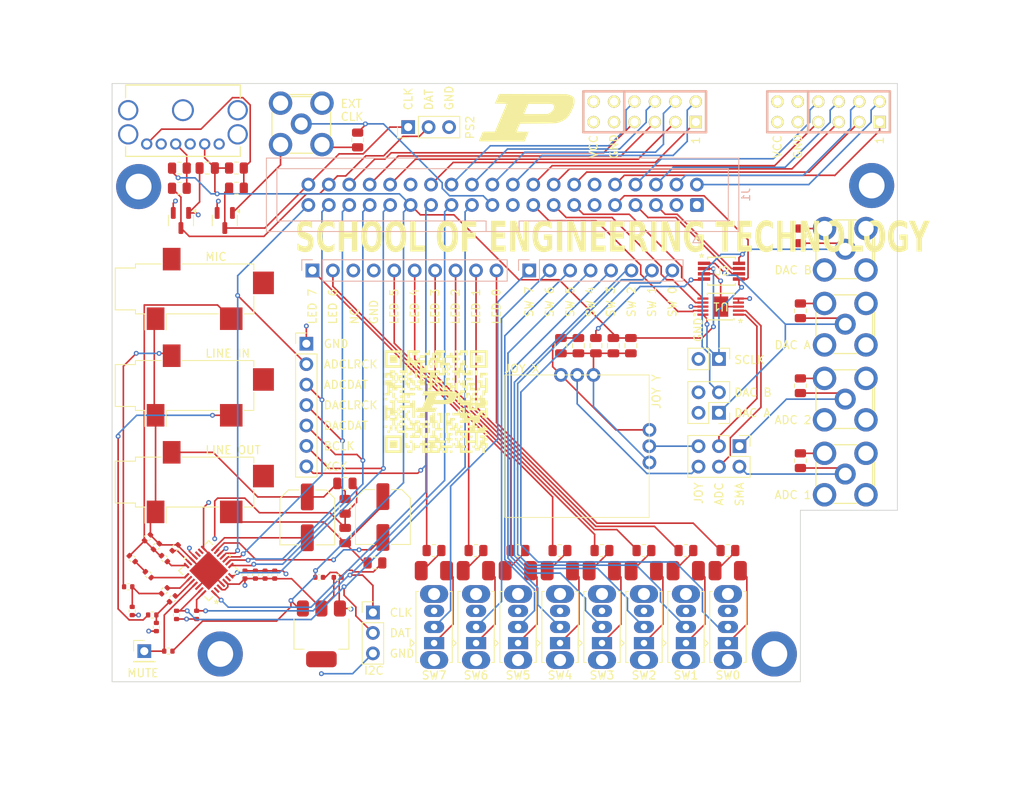
<source format=kicad_pcb>
(kicad_pcb (version 20240108) (generator "pcbnew") (generator_version "8.0")
  (layers (0 "F.Cu" signal) (1 "In1.Cu" signal) (2 "In2.Cu" signal) (31 "B.Cu" signal) (34 "B.Paste" user) (35 "F.Paste" user) (36 "B.SilkS" user "B.Silkscreen") (37 "F.SilkS" user "F.Silkscreen") (38 "B.Mask" user) (39 "F.Mask" user) (44 "Edge.Cuts" user))
  (net 0 "")
  (net 1 "GND")
  (net 2 "Net-(D1-A)")
  (net 3 "Net-(D2-A)")
  (net 4 "Net-(D3-A)")
  (net 5 "Net-(D4-A)")
  (net 6 "Net-(D5-A)")
  (net 7 "Net-(D6-A)")
  (net 8 "Net-(D7-A)")
  (net 9 "Net-(D0-A)")
  (net 10 "/PS2_CLK")
  (net 11 "+5V")
  (net 12 "/PS2_DAT")
  (net 13 "/PMOD_00_00")
  (net 14 "/PMOD_00_03")
  (net 15 "/PMOD_00_06")
  (net 16 "/PMOD_00_01")
  (net 17 "/PMOD_00_04")
  (net 18 "/PMOD_00_07")
  (net 19 "/PMOD_00_02")
  (net 20 "/PMOD_01_05")
  (net 21 "/PMOD_01_01")
  (net 22 "/PMOD_01_00")
  (net 23 "/PMOD_01_06")
  (net 24 "/PMOD_01_03")
  (net 25 "/PMOD_01_04")
  (net 26 "/PMOD_01_02")
  (net 27 "/PMOD_01_07")
  (net 28 "Net-(U2-REF)")
  (net 29 "/CLK")
  (net 30 "/Data")
  (net 31 "/PMOD_00_05")
  (net 32 "+3.3VA")
  (net 33 "Net-(U3-VMID)")
  (net 34 "Net-(C12-Pad1)")
  (net 35 "Net-(U3-LLINEIN)")
  (net 36 "Net-(C13-Pad1)")
  (net 37 "Net-(U3-RLINEIN)")
  (net 38 "Net-(C14-Pad2)")
  (net 39 "/mic_in")
  (net 40 "/R_line_out")
  (net 41 "Net-(U3-RHPOUT)")
  (net 42 "/L_line_out")
  (net 43 "Net-(U3-LHPOUT)")
  (net 44 "Net-(J7-Pin_1)")
  (net 45 "+3.3V")
  (net 46 "/I2C_SCLK")
  (net 47 "/I2C_SDAT")
  (net 48 "/L_line_in")
  (net 49 "/R_line_in")
  (net 50 "Net-(U3-MICIN)")
  (net 51 "Net-(U3-MICBIAS)")
  (net 52 "/SW1")
  (net 53 "/SW2")
  (net 54 "/SW3")
  (net 55 "/SW4")
  (net 56 "/SW5")
  (net 57 "/SW6")
  (net 58 "/SW7")
  (net 59 "/AUD_ADCDAT")
  (net 60 "/AUD_XCK")
  (net 61 "/ADC_DOUT")
  (net 62 "/EXT_CLK")
  (net 63 "/SCLK")
  (net 64 "/DAC_DIN")
  (net 65 "/DAC_SYNC")
  (net 66 "/AUD_BCLK")
  (net 67 "/ADC_CS")
  (net 68 "/ADC_CHSEL")
  (net 69 "/AUD_DACDAT")
  (net 70 "/AUD_ADCLRCK")
  (net 71 "/AUD_DACLRCK")
  (net 72 "/DAC_OUT_B")
  (net 73 "/DAC_OUT_A")
  (net 75 "/ADC_IN_1")
  (net 76 "/ADC_IN_2")
  (net 77 "/LED3")
  (net 78 "/LED7")
  (net 79 "/LED6")
  (net 80 "/LED5")
  (net 81 "/LED2")
  (net 82 "/LED4")
  (net 83 "/LED1")
  (net 97 "Net-(J6-Pin_3)")
  (net 98 "Net-(J6-Pin_4)")
  (net 99 "/NC")
  (net 100 "/LED0")
  (net 101 "/SW0")
  (net 102 "Net-(J6-Pin_6)")
  (net 103 "Net-(J6-Pin_5)")
  (footprint "SMA:CONN_PCB.SMAFRA_TAL" (layer "F.Cu") (at 194.075052 80.383333 -90)
    (property "Reference" "J13" (hide yes))
    (property "Value" "DAC_OUT_A" (hide yes))
  )
  (footprint "150141AS73100:150141AS73100-LED" (layer "F.Cu") (at 153.42857 111)
    (property "Reference" "D2" (hide yes))
    (property "Value" "LED")
  )
  (footprint "150141AS73100:150141AS73100-LED" (layer "F.Cu") (at 158.642855 111)
    (property "Reference" "D3" (hide yes))
    (property "Value" "LED")
  )
  (footprint "Capacitor_SMD:C_0805_2012Metric" (layer "F.Cu") (at 163.1 83.05 90)
    (property "Reference" "C1" (hide yes))
    (property "Value" "0.1uF" (hide yes))
  )
  (footprint "Capacitor_SMD:C_0805_2012Metric" (layer "F.Cu") (at 165.2725 83.05 90)
    (property "Reference" "C4" (hide yes))
    (property "Value" "10uF" (hide yes))
  )
  (footprint "Resistor_SMD:R_0805_2012Metric" (layer "F.Cu") (at 188.5 78.720833 -90)
    (property "Reference" "R27" (hide yes))
    (property "Value" "1k")
  )
  (footprint "Connector_PinHeader_2.54mm:PinHeader_1x03_P2.54mm_Vertical" (layer "F.Cu") (at 139.78 55.9 90)
    (property "Reference" "J20" (hide yes))
    (property "Value" "PS2_testpoint")
  )
  (footprint "kicad-pmod-master:pmod" (layer "F.Cu") (at 169.16 54 -90)
    (property "Reference" "J2" (hide yes))
    (property "Value" "Conn_02x06_Counter_Clockwise" (hide yes))
  )
  (footprint "Resistor_SMD:R_0402_1005Metric" (layer "F.Cu") (at 110.5 114.5 45)
    (property "Reference" "C12" (hide yes))
    (property "Value" "1uF")
  )
  (footprint "150141AS73100:150141AS73100-LED" (layer "F.Cu") (at 143 111)
    (property "Reference" "D0" (hide yes))
    (property "Value" "LED" (hide yes))
  )
  (footprint "Button_Switch_THT:SW_Slide_SPDT_Straight_CK_OS102011MS2Q" (layer "F.Cu") (at 148.214285 120 90)
    (property "Reference" "SW6")
    (property "Value" "SW_SPDT")
  )
  (footprint "Capacitor_SMD:C_0402_1005Metric" (layer "F.Cu") (at 122 111.5 -90)
    (property "Reference" "C9" (hide yes))
    (property "Value" "0.1uF")
  )
  (footprint "Resistor_SMD:R_0805_2012Metric" (layer "F.Cu") (at 153.421428 108.5)
    (property "Reference" "R2" (hide yes))
    (property "Value" "680")
  )
  (footprint "Package_TO_SOT_SMD:SOT-23" (layer "F.Cu") (at 117 67.5 -90)
    (property "Reference" "D9" (hide yes))
    (property "Value" "BAT54S" (hide yes))
  )
  (footprint "Connector_PinHeader_2.54mm:PinHeader_1x03_P2.54mm_Vertical" (layer "F.Cu") (at 135.4 116.19825)
    (property "Reference" "J18" (hide yes))
    (property "Value" "I2C_testpoint")
  )
  (footprint "Resistor_SMD:R_0805_2012Metric" (layer "F.Cu") (at 111.36 61 180)
    (property "Reference" "R9" (hide yes))
    (property "Value" "2k")
  )
  (footprint "Connector_PinHeader_2.54mm:PinHeader_2x03_P2.54mm_Vertical" (layer "F.Cu") (at 180.925 95.537 -90)
    (property "Reference" "J6" (hide yes))
    (property "Value" "Conn_02x03_Top_Bottom" (hide yes))
  )
  (footprint "Resistor_SMD:R_0805_2012Metric" (layer "F.Cu") (at 163.852856 108.5)
    (property "Reference" "R4" (hide yes))
    (property "Value" "680")
  )
  (footprint "Package_TO_SOT_SMD:SOT-23" (layer "F.Cu") (at 111.55 67.5 -90)
    (property "Reference" "D10" (hide yes))
    (property "Value" "BAT54S" (hide yes))
  )
  (footprint "150141AS73100:150141AS73100-LED" (layer "F.Cu") (at 163.85714 111)
    (property "Reference" "D4" (hide yes))
    (property "Value" "LED")
  )
  (footprint "Button_Switch_THT:SW_Slide_SPDT_Straight_CK_OS102011MS2Q" (layer "F.Cu") (at 169.071425 120 90)
    (property "Reference" "SW2")
    (property "Value" "SW_SPDT")
  )
  (footprint "SMA:CONN_PCB.SMAFRA_TAL" (layer "F.Cu") (at 194.075052 89.691666 -90)
    (property "Reference" "J12" (hide yes))
    (property "Value" "ADC_IN_2" (hide yes))
  )
  (footprint "Capacitor_SMD:C_0402_1005Metric" (layer "F.Cu") (at 128.72 111.83 180)
    (property "Reference" "C8" (hide yes))
    (property "Value" "1uF")
  )
  (footprint "Resistor_SMD:R_0805_2012Metric" (layer "F.Cu") (at 188.5 69.4125 -90)
    (property "Reference" "R28" (hide yes))
    (property "Value" "1k" (hide yes))
  )
  (footprint "MountingHole:MountingHole_3.2mm_M3_DIN965_Pad" (layer "F.Cu") (at 106.3 63.29)
    (property "Reference" "REF**" (hide yes))
    (property "Value" "Hole_3.2mm_M3")
  )
  (footprint "Connector_PinHeader_2.54mm:PinHeader_1x02_P2.54mm_Vertical" (layer "F.Cu") (at 178.385 84.7 -90)
    (property "Reference" "J10" (hide yes))
    (property "Value" "SCLK testpoint" (hide yes))
  )
  (footprint "Resistor_SMD:R_0805_2012Metric" (layer "F.Cu") (at 179.5 108.5)
    (property "Reference" "R7" (hide yes))
    (property "Value" "680")
  )
  (footprint "KMDTX-HT-6S-BSC:KMDTX-HT-6S-BSC_KYC" (layer "F.Cu") (at 112.700001 58)
    (property "Reference" "J5" (hide yes))
    (property "Value" "Mini-DIN-6")
  )
  (footprint "Package_TO_SOT_SMD:SOT-223" (layer "F.Cu") (at 129 118.850001 -90)
    (property "Reference" "U5" (hide yes))
    (property "Value" "TLV1117-33")
  )
  (footprint "Capacitor_SMD:C_0805_2012Metric" (layer "F.Cu") (at 131.92 100.16)
    (property "Reference" "C19" (hide yes))
    (property "Value" "220pF")
  )
  (footprint "MountingHole:MountingHole_3.2mm_M3_DIN965_Pad" (layer "F.Cu") (at 197.36 63.16)
    (property "Reference" "REF**" (hide yes))
    (property "Value" "Hole_3.2mm_M3")
  )
  (footprint "Capacitor_SMD:C_Elec_6.3x7.7" (layer "F.Cu") (at 136.64 104.34 -90)
    (property "Reference" "C17" (hide yes))
    (property "Value" "220uF")
  )
  (footprint "MountingHole:MountingHole_3.2mm_M3_DIN965_Pad" (layer "F.Cu") (at 185.27 121.35)
    (property "Reference" "REF**" (hide yes))
    (property "Value" "Hole_3.2mm_M3")
  )
  (footprint "Resistor_SMD:R_0402_1005Metric" (layer "F.Cu") (at 109.99 121)
    (property "Reference" "R13" (hide yes))
    (property "Value" "2k")
  )
  (footprint "Resistor_SMD:R_0805_2012Metric" (layer "F.Cu") (at 158.637142 108.5)
    (property "Reference" "R3" (hide yes))
    (property "Value" "680")
  )
  (footprint "audio-conn:Jack_3.5mm_CUI_SJ-3524-SMT_Horizontal_fixed" (layer "F.Cu") (at 112 76 90)
    (property "Reference" "J9-mic-in1" (hide yes))
    (property "Value" "SJ-3524-SMT-BE")
  )
  (footprint "Resistor_SMD:R_0805_2012Metric" (layer "F.Cu") (at 133.5 57.5 90)
    (property "Reference" "R25" (hide yes))
    (property "Value" "1k")
  )
  (footprint "Resistor_SMD:R_0805_2012Metric" (layer "F.Cu") (at 169.06857 108.5)
    (property "Reference" "R5" (hide yes))
    (property "Value" "680")
  )
  (footprint "Resistor_SMD:R_0402_1005Metric" (layer "F.Cu") (at 113.5 116.5 -90)
    (property "Reference" "R14" (hide yes))
    (property "Value" "2k")
  )
  (footprint "Resistor_SMD:R_0402_1005Metric" (layer "F.Cu") (at 108.5 108 -135)
    (property "Reference" "C15" (hide yes))
    (property "Value" "1000pF")
  )
  (footprint "Capacitor_SMD:C_Elec_6.3x7.7" (layer "F.Cu") (at 127.25 104.38 -90)
    (property "Reference" "C16" (hide yes))
    (property "Value" "220uF")
  )
  (footprint "Resistor_SMD:R_0402_1005Metric" (layer "F.Cu") (at 110.839411 108.160589 -135)
    (property "Reference" "C6" (hide yes))
    (property "Value" "10uF")
  )
  (footprint "Resistor_SMD:R_0402_1005Metric" (layer "F.Cu") (at 105.5 109.5 -45)
    (property "Reference" "C14" (hide yes))
    (property "Value" "1uF")
  )
  (footprint "Resistor_SMD:R_0805_2012Metric" (layer "F.Cu") (at 131.95 103.01 90)
    (property "Reference" "R24" (hide yes))
    (property "Value" "47k")
  )
  (footprint "Button_Switch_THT:SW_Slide_SPDT_Straight_CK_OS102011MS2Q" (layer "F.Cu") (at 174.28571 120 90)
    (property "Reference" "SW1")
    (property "Value" "SW_SPDT")
  )
  (footprint "Adafruit2765:Adafruit2765" (layer "F.Cu") (at 169.7505 104.387 90)
    (property "Reference" "U4" (hide yes))
    (property "Value" "~")
  )
  (footprint "Connector_PinHeader_2.54mm:PinHeader_1x07_P2.54mm_Vertical" (layer "F.Cu") (at 127.13 82.81)
    (property "Reference" "J19" (hide yes))
    (property "Value" "AUD_testpoint")
  )
  (footprint "Capacitor_SMD:C_0805_2012Metric" (layer "F.Cu") (at 167.445 83.05 90)
    (property "Reference" "C3" (hide yes))
    (property "Value" "0.1uF" (hide yes))
  )
  (footprint "Resistor_SMD:R_0402_1005Metric" (layer "F.Cu") (at 105.5 116.009999 90)
    (property "Reference" "R16" (hide yes))
    (property "Value" "4.7k")
  )
  (footprint "Capacitor_SMD:C_0402_1005Metric" (layer "F.Cu") (at 120.8 111.5 -90)
    (property "Reference" "C10" (hide yes))
    (property "Value" "0.1uF")
  )
  (footprint "Capacitor_SMD:C_0805_2012Metric" (layer "F.Cu") (at 131.95 106.64 90)
    (property "Reference" "C18" (hide yes))
    (property "Value" "220pF")
  )
  (footprint "MountingHole:MountingHole_3.2mm_M3_DIN965_Pad" (layer "F.Cu") (at 116.44 121.35)
    (property "Reference" "REF**" (hide yes))
    (property "Value" "Hole_3.2mm_M3")
  )
  (footprint "Resistor_SMD:R_0402_1005Metric" (layer "F.Cu") (at 107.99 116.5 180)
    (property "Reference" "R18" (hide yes))
    (property "Value" "4.7k")
  )
  (footprint "AD7303:RM_8_ADI" (layer "F.Cu") (at 178.7 73.8)
    (property "Reference" "U2")
    (property "Value" "AD7303 DAC" (hide yes))
  )
  (footprint "Resistor_SMD:R_0402_1005Metric" (layer "F.Cu") (at 109.5 109.5 135)
    (property "Reference" "R21" (hide yes))
    (property "Value" "680")
  )
  (footprint "150141AS73100:150141AS73100-LED" (layer "F.Cu") (at 148.214285 111)
    (property "Reference" "D1" (hide yes))
    (property "Value" "LED" (hide yes))
  )
  (footprint "SSM2603:CP_28_4_ADI" (layer "F.Cu") (at 115 111 135)
    (property "Reference" "U3" (hide yes))
    (property "Value" "SSM2603 audio codec")
  )
  (footprint "Connector_PinHeader_2.54mm:PinHeader_1x01_P2.54mm_Vertical" (layer "F.Cu") (at 107 121)
    (property "Reference" "J7" (hide yes))
    (property "Value" "Conn_01x01")
  )
  (footprint "Resistor_SMD:R_0805_2012Metric" (layer "F.Cu") (at 118.4475 60.99 180)
    (property "Reference" "R10" (hide yes))
    (property "Value" "2k")
  )
  (footprint "SMA:CONN_PCB.SMAFRA_TAL" (layer "F.Cu") (at 194.075052 71.075 -90)
    (property "Reference" "J14" (hide yes))
    (property "Value" "DAC_OUT_B" (hide yes))
  )
  (footprint "Resistor_SMD:R_0805_2012Metric" (layer "F.Cu") (at 148.205714 108.5)
    (property "Reference" "R1" (hide yes))
    (property "Value" "680" (hide yes))
  )
  (footprint "Resistor_SMD:R_0805_2012Metric" (layer "F.Cu") (at 174.284284 108.5)
    (property "Reference" "R6" (hide yes))
    (property "Value" "680")
  )
  (footprint "MAX1164:21-0109D_MXM" (layer "F.Cu") (at 178.59655 78.200001 180)
    (property "Reference" "U1")
    (property "Value" "MAX11664 ADC" (hide yes))
  )
  (footprint "Button_Switch_THT:SW_Slide_SPDT_Straight_CK_OS102011MS2Q" (layer "F.Cu") (at 179.499995 120 90)
    (property "Reference" "SW0")
    (property "Value" "SW_SPDT")
  )
  (footprint "Resistor_SMD:R_0805_2012Metric" (layer "F.Cu") (at 118.4475 63.49 180)
    (property "Reference" "R11" (hide yes))
    (property "Value" "120")
  )
  (footprint "Button_Switch_THT:SW_Slide_SPDT_Straight_CK_OS102011MS2Q" (layer "F.Cu") (at 143 120 90)
    (property "Reference" "SW7")
    (property "Value" "SW_SPDT")
  )
  (footprint "Capacitor_SMD:C_0805_2012Metric" (layer "F.Cu") (at 158.755 83.05 90)
    (property "Reference" "C20" (hide yes))
    (property "Value" "0.1uF" (hide yes))
  )
  (footprint "Resistor_SMD:R_0402_1005Metric" (layer "F.Cu") (at 107.5 111.5 135)
    (property "Reference" "R20" (hide yes))
    (property "Value" "330")
  )
  (footprint "Resistor_SMD:R_0805_2012Metric" (layer "F.Cu") (at 142.99 108.5)
    (property "Reference" "R0" (hide yes))
    (property "Value" "680" (hide yes))
  )
  (footprint "150141AS73100:150141AS73100-LED" (layer "F.Cu") (at 174.28571 111)
    (property "Reference" "D6" (hide yes))
    (property "Value" "LED")
  )
  (footprint "SMA:CONN_PCB.SMAFRA_TAL" (layer "F.Cu") (at 194.075052 99 -90)
    (property "Reference" "J11" (hide yes))
    (property "Value" "ADC_IN_1" (hide yes))
  )
  (footprint "Resistor_SMD:R_0402_1005Metric" (layer "F.Cu") (at 105 113 180)
    (property "Reference" "R19" (hide yes))
    (property "Value" "4.7k")
  )
  (footprint "Connector_PinHeader_2.54mm:PinHeader_2x02_P2.54mm_Vertical" (layer "F.Cu") (at 178.385 91.3885 180)
    (property "Reference" "J4" (hide yes))
    (property "Value" "Conn_02x02_Top_Bottom" (hide yes))
  )
  (footprint "Resistor_SMD:R_0402_1005Metric" (layer "F.Cu") (at 108.5 118 90)
    (property "Reference" "R17" (hide yes))
    (property "Value" "4.7k")
  )
  (footprint "150141AS73100:150141AS73100-LED" (layer "F.Cu") (at 179.499995 111)
    (property "Reference" "D7" (hide yes))
    (property "Value" "LED")
  )
  (footprint "audio-conn:Jack_3.5mm_CUI_SJ-3524-SMT_Horizontal_fixed" (layer "F.Cu") (at 112 100 90)
    (property "Reference" "J9-line-out1" (hide yes))
    (property "Value" "SJ-3524-SMT-BE")
  )
  (footprint "Capacitor_SMD:C_0402_1005Metric" (layer "F.Cu") (at 131.02 111.83 180)
    (property "Reference" "C7" (hide yes))
    (property "Value" "1uF")
  )
  (footprint "SMA:CONN_PCB.SMAFRA_TAL" (layer "F.Cu") (at 126.5 55.5)
    (property "Reference" "J9" (hide yes))
    (property "Value" "EXT_CLK_IN")
  )
  (footprint "kicad-pmod-master:pmod" (layer "F.Cu") (at 192 54 -90)
    (property "Reference" "J3" (hide yes))
    (property "Value" "Conn_02x06_Counter_Clockwise" (hide yes))
  )
  (footprint "Resistor_SMD:R_0805_2012Metric" (layer "F.Cu") (at 188.5 88.029166 -90)
    (property "Reference" "R26" (hide yes))
    (property "Value" "1k" (hide yes))
  )
  (footprint "Button_Switch_THT:SW_Slide_SPDT_Straight_CK_OS102011MS2Q" (layer "F.Cu") (at 163.85714 120 90)
    (property "Reference" "SW3")
    (property "Value" "SW_SPDT")
  )
  (footprint "Capacitor_SMD:C_0402_1005Metric" (layer "F.Cu") (at 119.5 111.5 -90)
    (property "Reference" "C11" (hide yes))
    (property "Value" "0.1uF")
  )
  (footprint "qr" (layer "F.Cu") (at 143.25 90)
    (property "Reference" "G***" (hide yes))
    (property "Value" "LOGO" (hide yes))
  )
  (footprint "Capacitor_SMD:C_0805_2012Metric" (layer "F.Cu") (at 114.82 60.99)
    (property "Reference" "C2" (hide yes))
    (property "Value" "0.1uF")
  )
  (footprint "Resistor_SMD:R_0402_1005Metric" (layer "F.Cu") (at 111 116.5 -90)
    (property "Reference" "R15" (hide yes))
    (property "Value" "2k")
  )
  (footprint "audio-conn:Jack_3.5mm_CUI_SJ-3524-SMT_Horizontal_fixed" (layer "F.Cu") (at 112 88 90)
    (property "Reference" "J9-line-in1" (hide yes))
    (property "Value" "SJ-3524-SMT-BE")
  )
  (footprint "150141AS73100:150141AS73100-LED" (layer "F.Cu") (at 169.071425 111)
    (property "Reference" "D5" (hide yes))
    (property "Value" "LED")
  )
  (footprint "Resistor_SMD:R_0805_2012Metric" (layer "F.Cu") (at 111.3575 63.5 180)
    (property "Reference" "R12" (hide yes))
    (property "Value" "120")
  )
  (footprint "Resistor_SMD:R_0805_2012Metric" (layer "F.Cu") (at 188.5 97.3375 -90)
    (property "Reference" "R29" (hide yes))
    (property "Value" "1k" (hide yes))
  )
  (footprint "Resistor_SMD:R_0402_1005Metric" (layer "F.Cu") (at 107.4 106.9 -135)
    (property "Reference" "R22" (hide yes))
    (property "Value" "47k")
  )
  (footprint "Capacitor_SMD:C_0805_2012Metric" (layer "F.Cu") (at 160.9275 83.05 90)
    (property "Reference" "C21" (hide yes))
    (property "Value" "10uF" (hide yes))
  )
  (footprint "Button_Switch_THT:SW_Slide_SPDT_Straight_CK_OS102011MS2Q" (layer "F.Cu") (at 153.42857 119.999999 90)
    (property "Reference" "SW5")
    (property "Value" "SW_SPDT")
  )
  (footprint "Button_Switch_THT:SW_Slide_SPDT_Straight_CK_OS102011MS2Q" (layer "F.Cu") (at 158.642855 120 90)
    (property "Reference" "SW4")
    (property "Value" "SW_SPDT")
  )
  (footprint "Resistor_SMD:R_0805_2012Metric" (layer "F.Cu") (at 135.65 110.04 180)
    (property "Reference" "R23" (hide yes))
    (property "Value" "47k")
  )
  (footprint "logo" (layer "F.Cu") (at 154.5 54.75)
    (property "Reference" "G***" (hide yes))
    (property "Value" "LOGO" (hide yes))
  )
  (footprint "Resistor_SMD:R_0402_1005Metric" (layer "F.Cu") (at 109.5 113.5 45)
    (property "Reference" "C13" (hide yes))
    (property "Value" "1uF")
  )
  (footprint "Capacitor_SMD:C_0402_1005Metric" (layer "F.Cu") (at 123.2 111.5 -90)
    (property "Reference" "C5" (hide yes))
    (property "Value" "0.1uF")
  )
  (footprint "Connector_PinHeader_2.54mm:PinHeader_1x10_P2.54mm_Vertical" (layer "B.Cu") (at 127.89 73.71 -90)
    (property "Reference" "J8_1" (hide yes))
    (property "Value" "Conn_01x10")
  )
  (footprint "Connector_IDC:IDC-Header_2x20_P2.54mm_Vertical" (layer "B.Cu") (at 175.64 65.58 90)
    (property "Reference" "J1")
    (property "Value" "2x20 GPIO header")
  )
  (footprint "Connector_PinHeader_2.54mm:PinHeader_1x08_P2.54mm_Vertical" (layer "B.Cu") (at 154.82 73.71 -90)
    (property "Reference" "J8_2" (hide yes))
    (property "Value" "Conn_01x08" (hide yes))
  )
  (gr_line (start 200.55 103.5) (end 200.55 50.49) (stroke (width 0.1)) (layer "Edge.Cuts"))
  (gr_line (start 103 50.49) (end 103 124.8) (stroke (width 0.1)) (layer "Edge.Cuts"))
  (gr_line (start 200.55 103.5) (end 188.5 103.5) (stroke (width 0.1)) (layer "Edge.Cuts"))
  (gr_line (start 188.5 124.8) (end 188.5 103.5) (stroke (width 0.1)) (layer "Edge.Cuts"))
  (gr_line (start 200.55 50.49) (end 103 50.49) (stroke (width 0.1)) (layer "Edge.Cuts"))
  (gr_line (start 103 124.8) (end 188.5 124.8) (stroke (width 0.1)) (layer "Edge.Cuts"))
  (gr_text "NC" (at 133.7 80.5 90) (layer "F.SilkS") (effects (font (size 1 1)) (justify left bottom)))
  (gr_text "DACDAT" (at 129.2 93.57175 0) (layer "F.SilkS") (effects (font (size 1 1)) (justify left bottom)))
  (gr_text "GND" (at 129.2 83.41175 0) (layer "F.SilkS") (effects (font (size 1 1)) (justify left bottom)))
  (gr_text "DAT" (at 142.92175 53.9 90) (layer "F.SilkS") (effects (font (size 1 1)) (justify left bottom)))
  (gr_text "LED 7" (at 128.460625 80.5 90) (layer "F.SilkS") (effects (font (size 1 1)) (justify left bottom)))
  (gr_text "GND" (at 136.1 80.5 90) (layer "F.SilkS") (effects (font (size 1 1)) (justify left bottom)))
  (gr_text "LED 6" (at 131.000625 80.5 90) (layer "F.SilkS") (effects (font (size 1 1)) (justify left bottom)))
  (gr_text "JOY" (at 176.44675 102.814286 90) (layer "F.SilkS") (effects (font (size 1 1)) (justify left bottom)))
  (gr_text "I2C\n" (at 134.2 124 0) (layer "F.SilkS") (effects (font (size 1 1)) (justify left bottom)))
  (gr_text "JOY Y" (at 171.2 91 90) (layer "F.SilkS") (effects (font (size 1 1)) (justify left bottom)))
  (gr_text "LED 5" (at 138.620625 80.5 90) (layer "F.SilkS") (effects (font (size 1 1)) (justify left bottom)))
  (gr_text "SW 4" (at 163.02 79.6 90) (layer "F.SilkS") (effects (font (size 1 1)) (justify left bottom)))
  (gr_text "LED 4\n" (at 141.160625 80.5 90) (layer "F.SilkS") (effects (font (size 1 1)) (justify left bottom)))
  (gr_text "CLK" (at 137.4 116.8 0) (layer "F.SilkS") (effects (font (size 1 1)) (justify left bottom)))
  (gr_text "LINE OUT" (at 114.5 96.6 0) (layer "F.SilkS") (effects (font (size 1 1)) (justify left bottom)))
  (gr_text "LINE IN" (at 114.5 84.6 0) (layer "F.SilkS") (effects (font (size 1 1)) (justify left bottom)))
  (gr_text "GND" (at 137.4 121.87675 0) (layer "F.SilkS") (effects (font (size 1 1)) (justify left bottom)))
  (gr_text "LED 1\n" (at 148.780625 80.5 90) (layer "F.SilkS") (effects (font (size 1 1)) (justify left bottom)))
  (gr_text "MUTE" (at 104.8 124.3 0) (layer "F.SilkS") (effects (font (size 1 1)) (justify left bottom)))
  (gr_text "DAC A" (at 180.2 91.99025 0) (layer "F.SilkS") (effects (font (size 1 1)) (justify left bottom)))
  (gr_text "MIC" (at 114.5 72.6 0) (layer "F.SilkS") (effects (font (size 1 1)) (justify left bottom)))
  (gr_text "SW 0" (at 173.18 79.6 90) (layer "F.SilkS") (effects (font (size 1 1)) (justify left bottom)))
  (gr_text "SCLK" (at 180.2 85.4 0) (layer "F.SilkS") (effects (font (size 1 1)) (justify left bottom)))
  (gr_text "PS2" (at 148.05 57.5 90) (layer "F.SilkS") (effects (font (size 1 1)) (justify left bottom)))
  (gr_text "BCLK" (at 129.2 96.11175 0) (layer "F.SilkS") (effects (font (size 1 1)) (justify left bottom)))
  (gr_text "ADC" (at 178.98675 103.004762 90) (layer "F.SilkS") (effects (font (size 1 1)) (justify left bottom)))
  (gr_text "EXT\nCLK" (at 131.3 55.2 0) (layer "F.SilkS") (effects (font (size 1 1)) (justify left bottom)))
  (gr_text "GND" (at 145.461749 53.9 90) (layer "F.SilkS") (effects (font (size 1 1)) (justify left bottom)))
  (gr_text "XCK" (at 129.2 98.65175 0) (layer "F.SilkS") (effects (font (size 1 1)) (justify left bottom)))
  (gr_text "ADC 2" (at 185.2 92.868416 0) (layer "F.SilkS") (effects (font (size 1 1)) (justify left bottom)))
  (gr_text "SW 6" (at 157.94 79.6 90) (layer "F.SilkS") (effects (font (size 1 1)) (justify left bottom)))
  (gr_text "DAC B" (at 185.2 74.25175 0) (layer "F.SilkS") (effects (font (size 1 1)) (justify left bottom)))
  (gr_text "DACLRCK" (at 129.2 91.03175 0) (layer "F.SilkS") (effects (font (size 1 1)) (justify left bottom)))
  (gr_text "SW 1" (at 170.64 79.6 90) (layer "F.SilkS") (effects (font (size 1 1)) (justify left bottom)))
  (gr_text "LED 0" (at 151.320625 80.5 90) (layer "F.SilkS") (effects (font (size 1 1)) (justify left bottom)))
  (gr_text "DAT" (at 137.4 119.33675 0) (layer "F.SilkS") (effects (font (size 1 1)) (justify left bottom)))
  (gr_text "DAC A" (at 185.2 83.560083 0) (layer "F.SilkS") (effects (font (size 1 1)) (justify left bottom)))
  (gr_text "LED 3" (at 143.700625 80.5 90) (layer "F.SilkS") (effects (font (size 1 1)) (justify left bottom)))
  (gr_text "ADCLRCK" (at 129.2 85.95175 0) (layer "F.SilkS") (effects (font (size 1 1)) (justify left bottom)))
  (gr_text "DAC B" (at 180.2 89.45025 0) (layer "F.SilkS") (effects (font (size 1 1)) (justify left bottom)))
  (gr_text "SW 2" (at 168.1 79.6 90) (layer "F.SilkS") (effects (font (size 1 1)) (justify left bottom)))
  (gr_text "SMA" (at 181.52675 103.1 90) (layer "F.SilkS") (effects (font (size 1 1)) (justify left bottom)))
  (gr_text "JOY X" (at 151.6 86.5 0) (layer "F.SilkS") (effects (font (size 1 1)) (justify left bottom)))
  (gr_text "CLK" (at 140.38175 53.9 90) (layer "F.SilkS") (effects (font (size 1 1)) (justify left bottom)))
  (gr_text "SW 3" (at 165.519375 79.6 90) (layer "F.SilkS") (effects (font (size 1 1)) (justify left bottom)))
  (gr_text "SW 5" (at 160.48 79.6 90) (layer "F.SilkS") (effects (font (size 1 1)) (justify left bottom)))
  (gr_text "ADC 1" (at 185.2 102.17675 0) (layer "F.SilkS") (effects (font (size 1 1)) (justify left bottom)))
  (gr_text "SCHOOL OF ENGINEERING TECHNOLOGY" (at 125.75 72 0) (layer "F.SilkS") (effects (font (size 3.75 2.5) (thickness 0.25) (bold yes)) (justify left bottom)))
  (gr_text "ADCDAT" (at 129.2 88.49175 0) (layer "F.SilkS") (effects (font (size 1 1)) (justify left bottom)))
  (gr_text "GND" (at 176.4 82.7 90) (layer "F.SilkS") (effects (font (size 1 1)) (justify left bottom)))
  (gr_text "SW 7" (at 155.4 79.6 90) (layer "F.SilkS") (effects (font (size 1 1)) (justify left bottom)))
  (gr_text "LED 2" (at 146.240625 80.5 90) (layer "F.SilkS") (effects (font (size 1 1)) (justify left bottom)))
  (segment (start 107.760624 104.339377) (end 108.4 103.700001) (width 0.2) (layer "F.Cu") (net 1))
  (segment (start 130.089999 111.22) (end 130.89 111.22) (width 0.2) (layer "F.Cu") (net 1))
  (segment (start 123.1 111.02) (end 124.22 111.02) (width 0.2) (layer "F.Cu") (net 1))
  (segment (start 113.87 60.99) (end 113.87 65.1925) (width 0.2) (layer "F.Cu") (net 1))
  (segment (start 188.5 68.5) (end 191.5 68.5) (width 0.2) (layer "F.Cu") (net 1))
  (segment (start 119.5 111.02) (end 122 111.02) (width 0.2) (layer "F.Cu") (net 1))
  (segment (start 111.200035 107.90714) (end 111.200035 107.799965) (width 0.2) (layer "F.Cu") (net 1))
  (segment (start 119.49 101.99) (end 116.11 101.99) (width 0.2) (layer "F.Cu") (net 1))
  (segment (start 175.83571 111) (end 176.63571 111.8) (width 0.2) (layer "F.Cu") (net 1))
  (segment (start 116.697268 112.697268) (end 115 111) (width 0.2) (layer "F.Cu") (net 1))
  (segment (start 145.35 117.65) (end 143 120) (width 0.2) (layer "F.Cu") (net 1))
  (segment (start 131.5 111.7) (end 131.5 111.83) (width 0.2) (layer "F.Cu") (net 1))
  (segment (start 131.5 111.83) (end 131.216078 112.113922) (width 0.2) (layer "F.Cu") (net 1))
  (segment (start 129.2 111.83) (end 129.479999 111.83) (width 0.2) (layer "F.Cu") (net 1))
  (segment (start 178.6 75) (end 178.59655 75.00345) (width 0.2) (layer "F.Cu") (net 1))
  (segment (start 116.11 101.99) (end 115.75 102.35) (width 0.2) (layer "F.Cu") (net 1))
  (segment (start 107.550001 118.509999) (end 107.55 118.51) (width 0.2) (layer "F.Cu") (net 1))
  (segment (start 106.289998 116.519998) (end 106.29 116.52) (width 0.2) (layer "F.Cu") (net 1))
  (segment (start 181.849995 111.8) (end 181.849995 117.65) (width 0.2) (layer "F.Cu") (net 1))
  (segment (start 133.369937 100.659938) (end 132.869999 100.16) (width 0.2) (layer "F.Cu") (net 1))
  (segment (start 145.35 111.8) (end 145.35 117.65) (width 0.2) (layer "F.Cu") (net 1))
  (segment (start 176.63571 117.65) (end 174.28571 120) (width 0.2) (layer "F.Cu") (net 1))
  (segment (start 149.764285 111) (end 150.564285 111.8) (width 0.2) (layer "F.Cu") (net 1))
  (segment (start 165.40714 111) (end 166.20714 111.8) (width 0.2) (layer "F.Cu") (net 1))
  (segment (start 162.799372 86.687) (end 162.799372 84.300627) (width 0.2) (layer "F.Cu") (net 1))
  (segment (start 135.453235 111.149265) (end 132.997794 111.149265) (width 0.2) (layer "F.Cu") (net 1))
  (segment (start 108.24 79.860001) (end 108.4 79.700001) (width 0.2) (layer "F.Cu") (net 1))
  (segment (start 129.479999 111.83) (end 130.089999 111.22) (width 0.2) (layer "F.Cu") (net 1))
  (segment (start 170.621425 111) (end 171.421425 111.8) (width 0.2) (layer "F.Cu") (net 1))
  (segment (start 150.564285 111.8) (end 150.564285 117.65) (width 0.2) (layer "F.Cu") (net 1))
  (segment (start 130.064999 103.805) (end 121.305 103.805) (width 0.2) (layer "F.Cu") (net 1))
  (segment (start 123.925 60.5875) (end 117.95 66.5625) (width 0.2) (layer "F.Cu") (net 1))
  (segment (start 107.760624 106.539376) (end 107.760624 106.581802) (width 0.2) (layer "F.Cu") (net 1))
  (segment (start 114.363392 108.242071) (end 114.363392 103.176608) (width 0.2) (layer "F.Cu") (net 1))
  (segment (start 181.849995 117.65) (end 179.499995 120) (width 0.2) (layer "F.Cu") (net 1))
  (segment (start 131.216078 112.113922) (end 131.216078 115.616079) (width 0.2) (layer "F.Cu") (net 1))
  (segment (start 107.760624 106.581802) (end 108.839411 107.660589) (width 0.2) (layer "F.Cu") (net 1))
  (segment (start 131.95 103.9225) (end 131.95 105.690001) (width 0.2) (layer "F.Cu") (net 1))
  (segment (start 171.421425 111.8) (end 171.421425 117.65) (width 0.2) (layer "F.Cu") (net 1))
  (segment (start 129.140053 58.009999) (end 129.075 58.075052) (width 0.2) (layer "F.Cu") (net 1))
  (segment (start 112.949179 109.656284) (end 112.896284 109.656284) (width 0.2) (layer "F.Cu") (net 1))
  (segment (start 154.97857 111) (end 155.77857 111.8) (width 0.2) (layer "F.Cu") (net 1))
  (segment (start 188.5 96.425) (end 191.5 96.425) (width 0.2) (layer "F.Cu") (net 1))
  (segment (start 181.049995 111) (end 181.849995 111.8) (width 0.2) (layer "F.Cu") (net 1))
  (segment (start 108.5 118.509999) (end 107.550001 118.509999) (width 0.2) (layer "F.Cu") (net 1))
  (segment (start 178.59655 78.200001) (end 178.59655 75.00345) (width 0.2) (layer "F.Cu") (net 1))
  (segment (start 112.5 66.5625) (end 113.4625 66.5625) (width 0.2) (layer "F.Cu") (net 1))
  (segment (start 115 111.707105) (end 115 111) (width 0.2) (layer "F.Cu") (net 1))
  (segment (start 123.925 58.075052) (end 123.925 60.5875) (width 0.2) (layer "F.Cu") (net 1))
  (segment (start 180.799999 78.200001) (end 178.59655 78.200001) (width 0.2) (layer "F.Cu") (net 1))
  (segment (start 108.24 91.540001) (end 108.24 79.860001) (width 0.2) (layer "F.Cu") (net 1))
  (segment (start 130.89 111.22) (end 131.5 111.83) (width 0.2) (layer "F.Cu") (net 1))
  (segment (start 112.949179 109.656284) (end 111.200035 107.90714) (width 0.2) (layer "F.Cu") (net 1))
  (segment (start 166.20714 117.65) (end 163.85714 120) (width 0.2) (layer "F.Cu") (net 1))
  (segment (start 176.63571 111.8) (end 176.63571 117.65) (width 0.2) (layer "F.Cu") (net 1))
  (segment (start 105.5 116.519998) (end 106.289998 116.519998) (width 0.2) (layer "F.Cu") (net 1))
  (segment (start 113.87 65.1925) (end 112.5 66.5625) (width 0.2) (layer "F.Cu") (net 1))
  (segment (start 132.610786 115.700001) (end 132.681384 115.770599) (width 0.2) (layer "F.Cu") (net 1))
  (segment (start 122.03 111.02) (end 122.05 111) (width 0.2) (layer "F.Cu") (net 1))
  (segment (start 109.021213 107.799965) (end 108.860624 107.639376) (width 0.2) (layer "F.Cu") (net 1))
  (segment (start 129.412448 58.4125) (end 129.075 58.075052) (width 0.2) (layer "F.Cu") (net 1))
  (segment (start 171.421425 117.65) (end 169.071425 120) (width 0.2) (layer "F.Cu") (net 1))
  (segment (start 108.4 91.700001) (end 108.24 91.540001) (width 0.2) (layer "F.Cu") (net 1))
  (segment (start 113.4625 66.5625) (end 113.7 66.8) (width 0.2) (layer "F.Cu") (net 1))
  (segment (start 115.75 102.35) (end 115.75 107.04) (width 0.2) (layer "F.Cu") (net 1))
  (segment (start 131.95 103.9225) (end 133.369937 102.502563) (width 0.2) (layer "F.Cu") (net 1))
  (segment (start 108.4 103.700001) (end 108.4 91.700001) (width 0.2) (layer "F.Cu") (net 1))
  (segment (start 188.5 77.808333) (end 191.5 77.808333) (width 0.2) (layer "F.Cu") (net 1))
  (segment (start 160.992855 117.65) (end 158.642855 120) (width 0.2) (layer "F.Cu") (net 1))
  (segment (start 144.55 111) (end 145.35 111.8) (width 0.2) (layer "F.Cu") (net 1))
  (segment (start 155.77857 111.8) (end 155.77857 117.649999) (width 0.2) (layer "F.Cu") (net 1))
  (segment (start 150.564285 117.65) (end 148.214285 120) (width 0.2) (layer "F.Cu") (net 1))
  (segment (start 177.718101 74.125001) (end 176.5283 74.125001) (width 0.2) (layer "F.Cu") (net 1))
  (segment (start 136.5625 110.04) (end 135.453235 111.149265) (width 0.2) (layer "F.Cu") (net 1))
  (segment (start 132.250735 110.949265) (end 131.5 111.7) (width 0.2) (layer "F.Cu") (net 1))
  (segment (start 114.363392 103.176608) (end 115 102.54) (width 0.2) (layer "F.Cu") (net 1))
  (segment (start 133.369937 102.502563) (end 133.369937 100.659938) (width 0.2) (layer "F.Cu") (net 1))
  (segment (start 132.797794 110.949265) (end 132.250735 110.949265) (width 0.2) (layer "F.Cu") (net 1))
  (segment (start 132.997794 111.149265) (end 132.797794 110.949265) (width 0.2) (layer "F.Cu") (net 1))
  (segment (start 160.9275 84) (end 158.755 84) (width 0.2) (layer "F.Cu") (net 1))
  (segment (start 114.363392 108.242071) (end 115 108.878679) (width 0.2) (layer "F.Cu") (net 1))
  (segment (start 127.13 82.81) (end 127.13 80.61) (width 0.2) (layer "F.Cu") (net 1))
  (segment (start 133.5 58.4125) (end 129.412448 58.4125) (width 0.2) (layer "F.Cu") (net 1))
  (segment (start 131.95 105.690001) (end 130.064999 103.805) (width 0.2) (layer "F.Cu") (net 1))
  (segment (start 166.20714 111.8) (end 166.20714 117.65) (width 0.2) (layer "F.Cu") (net 1))
  (segment (start 155.77857 117.649999) (end 153.42857 119.999999) (width 0.2) (layer "F.Cu") (net 1))
  (segment (start 111.200035 107.799965) (end 109.021213 107.799965) (width 0.2) (layer "F.Cu") (net 1))
  (segment (start 122 111.02) (end 123.1 111.02) (width 0.2) (layer "F.Cu") (net 1))
  (segment (start 115 108.878679) (end 115 111) (width 0.2) (layer "F.Cu") (net 1))
  (segment (start 160.992855 111.8) (end 160.992855 117.65) (width 0.2) (layer "F.Cu") (net 1))
  (segment (start 107.760624 106.539376) (end 107.760624 104.339377) (width 0.2) (layer "F.Cu") (net 1))
  (segment (start 131.216078 115.616079) (end 131.3 115.700001) (width 0.2) (layer "F.Cu") (net 1))
  (segment (start 114.292895 111) (end 115 111) (width 0.2) (layer "F.Cu") (net 1))
  (segment (start 188.5 87.116666) (end 191.5 87.116666) (width 0.2) (layer "F.Cu") (net 1))
  (segment (start 160.192855 111) (end 160.992855 111.8) (width 0.2) (layer "F.Cu") (net 1))
  (segment (start 131.3 115.700001) (end 132.610786 115.700001) (width 0.2) (layer "F.Cu") (net 1))
  (segment (start 121.305 103.805) (end 119.49 101.99) (width 0.2) (layer "F.Cu") (net 1))
  (segment (start 178.59655 75.00345) (end 177.718101 74.125001) (width 0.2) (layer "F.Cu") (net 1))
  (segment (start 113.656284 113.050821) (end 115 111.707105) (width 0.2) (layer "F.Cu") (net 1))
  (segment (start 124.22 111.02) (end 124.6 111.4) (width 0.2) (layer "F.Cu") (net 1))
  (segment (start 122 111.02) (end 122.03 111.02) (width 0.2) (layer "F.Cu") (net 1))
  (segment (start 162.799372 84.300627) (end 163.1 83.999999) (width 0.2) (layer "F.Cu") (net 1))
  (segment (start 112.949179 109.656284) (end 114.292895 111) (width 0.2) (layer "F.Cu") (net 1))
  (segment (start 167.445 84) (end 160.9275 84) (width 0.2) (layer "F.Cu") (net 1))
  (segment (start 165.28214 111) (end 165.90714 111.625) (width 0.2) (layer "F.Cu") (net 1))
  (via (at 178.59655 75.00345) (size 0.6) (drill 0.3) (layers "F.Cu" "B.Cu") (net 1))
  (via (at 106.29 116.52) (size 0.6) (drill 0.3) (layers "F.Cu" "B.Cu") (net 1))
  (via (at 113.7 66.8) (size 0.6) (drill 0.3) (layers "F.Cu" "B.Cu") (net 1))
  (via (at 115 102.54) (size 0.6) (drill 0.3) (layers "F.Cu" "B.Cu") (net 1))
  (via (at 127.13 80.61) (size 0.6) (drill 0.3) (layers "F.Cu" "B.Cu") (net 1))
  (via (at 115.75 107.04) (size 0.6) (drill 0.3) (layers "F.Cu" "B.Cu") (net 1))
  (via (at 129 123.8) (size 0.6) (drill 0.3) (layers "F.Cu" "B.Cu") (net 1))
  (via (at 107.55 118.51) (size 0.6) (drill 0.3) (layers "F.Cu" "B.Cu") (net 1))
  (via (at 132.681384 115.770599) (size 0.6) (drill 0.3) (layers "F.Cu" "B.Cu") (net 1))
  (via (at 124.6 111.4) (size 0.6) (drill 0.3) (layers "F.Cu" "B.Cu") (net 1))
  (segment (start 132.875 123.8) (end 132.6 123.8) (width 0.2) (layer "B.Cu") (net 1))
  (segment (start 135.4 121.275) (end 132.875 123.8) (width 0.2) (layer "B.Cu") (net 1))
  (segment (start 162.799372 90.609745) (end 162.799372 86.687) (width 0.2) (layer "B.Cu") (net 1))
  (segment (start 169.7505 97.560873) (end 162.799372 90.609745) (width 0.2) (layer "B.Cu") (net 1))
  (segment (start 169.7505 97.560873) (end 168.9885 97.560873) (width 0.2) (layer "B.Cu") (net 1))
  (segment (start 132.6 123.8) (end 129 123.8) (width 0.2) (layer "B.Cu") (net 1))
  (segment (start 149.118214 108.671071) (end 146.789285 111) (width 0.2) (layer "F.Cu") (net 2))
  (segment (start 148.699285 108.516429) (end 148.715714 108.5) (width 0.2) (layer "F.Cu") (net 2))
  (segment (start 148.715714 109.073571) (end 148.715714 108.5) (width 0.2) (layer "F.Cu") (net 2))
  (segment (start 149.118214 108.5) (end 149.118214 108.671071) (width 0.2) (layer "F.Cu") (net 2))
  (segment (start 154.333928 108.5) (end 154.333928 108.669642) (width 0.2) (layer "F.Cu") (net 3))
  (segment (start 154.333928 108.669642) (end 152.00357 111) (width 0.2) (layer "F.Cu") (net 3))
  (segment (start 153.91357 108.517858) (end 153.931428 108.5) (width 0.2) (layer "F.Cu") (net 3))
  (segment (start 153.931428 109.072142) (end 153.931428 108.5) (width 0.2) (layer "F.Cu") (net 3))
  (segment (start 159.127855 108.519287) (end 159.147142 108.5) (width 0.2) (layer "F.Cu") (net 4))
  (segment (start 159.549642 108.5) (end 159.549642 108.668213) (width 0.2) (layer "F.Cu") (net 4))
  (segment (start 159.147142 109.070713) (end 159.147142 108.5) (width 0.2) (layer "F.Cu") (net 4))
  (segment (start 159.549642 108.668213) (end 157.217855 111) (width 0.2) (layer "F.Cu") (net 4))
  (segment (start 164.765356 108.666784) (end 162.43214 111) (width 0.2) (layer "F.Cu") (net 5))
  (segment (start 164.362856 109.069284) (end 164.362856 108.5) (width 0.2) (layer "F.Cu") (net 5))
  (segment (start 164.34214 108.520716) (end 164.362856 108.5) (width 0.2) (layer "F.Cu") (net 5))
  (segment (start 164.765356 108.5) (end 164.765356 108.666784) (width 0.2) (layer "F.Cu") (net 5))
  (segment (start 169.98107 108.5) (end 169.98107 108.665355) (width 0.2) (layer "F.Cu") (net 6))
  (segment (start 169.556425 108.522145) (end 169.57857 108.5) (width 0.2) (layer "F.Cu") (net 6))
  (segment (start 169.57857 109.067855) (end 169.57857 108.5) (width 0.2) (layer "F.Cu") (net 6))
  (segment (start 169.98107 108.665355) (end 167.646425 111) (width 0.2) (layer "F.Cu") (net 6))
  (segment (start 175.196784 108.5) (end 175.196784 108.663926) (width 0.2) (layer "F.Cu") (net 7))
  (segment (start 175.196784 108.663926) (end 172.86071 111) (width 0.2) (layer "F.Cu") (net 7))
  (segment (start 174.77071 108.523574) (end 174.794284 108.5) (width 0.2) (layer "F.Cu") (net 7))
  (segment (start 174.794284 109.066426) (end 174.794284 108.5) (width 0.2) (layer "F.Cu") (net 7))
  (segment (start 180.4125 108.662495) (end 178.074995 111) (width 0.2) (layer "F.Cu") (net 8))
  (segment (start 179.985 108.525) (end 180.01 108.5) (width 0.2) (layer "F.Cu") (net 8))
  (segment (start 180.01 109.064995) (end 180.01 108.5) (width 0.2) (layer "F.Cu") (net 8))
  (segment (start 180.4125 108.5) (end 180.4125 108.662495) (width 0.2) (layer "F.Cu") (net 8))
  (segment (start 143.9025 108.6725) (end 141.575 111) (width 0.2) (layer "F.Cu") (net 9))
  (segment (start 143.5 109.075) (end 143.5 108.5) (width 0.2) (layer "F.Cu") (net 9))
  (segment (start 143.485 108.515) (end 143.5 108.5) (width 0.2) (layer "F.Cu") (net 9))
  (segment (start 143.9025 108.5) (end 143.9025 108.6725) (width 0.2) (layer "F.Cu") (net 9))
  (segment (start 117.535 63.49) (end 117 64.025) (width 0.2) (layer "F.Cu") (net 10))
  (segment (start 117 68.437501) (end 121.982499 68.437501) (width 0.2) (layer "F.Cu") (net 10))
  (segment (start 131.195 59.225) (end 127.38 63.04) (width 0.2) (layer "F.Cu") (net 10))
  (segment (start 137.514315 55.9) (end 134.189315 59.225) (width 0.2) (layer "F.Cu") (net 10))
  (segment (start 121.982499 68.437501) (end 127.38 63.04) (width 0.2) (layer "F.Cu") (net 10))
  (segment (start 117 64.025) (end 117 68.437501) (width 0.2) (layer "F.Cu") (net 10))
  (segment (start 139.78 55.9) (end 137.514315 55.9) (width 0.2) (layer "F.Cu") (net 10))
  (segment (start 134.189315 59.225) (end 131.195 59.225) (width 0.2) (layer "F.Cu") (net 10))
  (segment (start 140.08 65.58) (end 139.88 65.58) (width 0.2) (layer "F.Cu") (net 11))
  (segment (start 176.553301 73.5) (end 176.5283 73.474999) (width 0.2) (layer "F.Cu") (net 11))
  (segment (start 141.3 66.8) (end 140.08 65.58) (width 0.2) (layer "F.Cu") (net 11))
  (segment (start 114.5 59.72) (end 115.77 60.99) (width 0.2) (layer "F.Cu") (net 11))
  (segment (start 110.5 121) (end 114.239265 117.260735) (width 0.2) (layer "F.Cu") (net 11))
  (segment (start 177.7 73.5) (end 176.553301 73.5) (width 0.2) (layer "F.Cu") (net 11))
  (segment (start 158.5325 74.86) (end 153.526346 74.86) (width 0.2) (layer "F.Cu") (net 11))
  (segment (start 114.239265 117.260735) (end 123.430735 117.260735) (width 0.2) (layer "F.Cu") (net 11))
  (segment (start 176.3 82.1) (end 177.7 80.7) (width 0.2) (layer "F.Cu") (net 11))
  (segment (start 126.7 115.700001) (end 126.200001 115.700001) (width 0.2) (layer "F.Cu") (net 11))
  (segment (start 123.430735 117.260735) (end 125.215735 115.475735) (width 0.2) (layer "F.Cu") (net 11))
  (segment (start 165.2725 82.1) (end 165.2725 81.6) (width 0.2) (layer "F.Cu") (net 11))
  (segment (start 153.526346 74.86) (end 145.466346 66.8) (width 0.2) (layer "F.Cu") (net 11))
  (segment (start 110.4475 61.4475) (end 111.2 62.2) (width 0.2) (layer "F.Cu") (net 11))
  (segment (start 115.77 60.99) (end 115.77 63.91) (width 0.2) (layer "F.Cu") (net 11))
  (segment (start 139.88 65.58) (end 139.8 65.5) (width 0.2) (layer "F.Cu") (net 11))
  (segment (start 167.445 82.1) (end 176.3 82.1) (width 0.2) (layer "F.Cu") (net 11))
  (segment (start 114.5 58) (end 114.5 59.72) (width 0.2) (layer "F.Cu") (net 11))
  (segment (start 115.77 63.91) (end 116.05 64.19) (width 0.2) (layer "F.Cu") (net 11))
  (segment (start 126.200001 115.700001) (end 125.215735 114.715735) (width 0.2) (layer "F.Cu") (net 11))
  (segment (start 145.466346 66.8) (end 141.3 66.8) (width 0.2) (layer "F.Cu") (net 11))
  (segment (start 125.215735 115.475735) (end 125.215735 114.715735) (width 0.2) (layer "F.Cu") (net 11))
  (segment (start 128.24 111.83) (end 128.24 111.03) (width 0.2) (layer "F.Cu") (net 11))
  (segment (start 165.2725 81.6) (end 158.5325 74.86) (width 0.2) (layer "F.Cu") (net 11))
  (segment (start 117.535 60.99) (end 115.77 60.99) (width 0.2) (layer "F.Cu") (net 11))
  (segment (start 128.24 111.03) (end 128.27 111) (width 0.2) (layer "F.Cu") (net 11))
  (segment (start 110.4475 61) (end 110.4475 61.4475) (width 0.2) (layer "F.Cu") (net 11))
  (segment (start 167.445 82.1) (end 165.2725 82.1) (width 0.2) (layer "F.Cu") (net 11))
  (via (at 111.2 62.2) (size 0.6) (drill 0.3) (layers "F.Cu" "B.Cu") (net 11))
  (via (at 177.7 80.7) (size 0.6) (drill 0.3) (layers "F.Cu" "B.Cu") (net 11))
  (via (at 116.05 64.19) (size 0.6) (drill 0.3) (layers "F.Cu" "B.Cu") (net 11))
  (via (at 125.215735 114.715735) (size 0.6) (drill 0.3) (layers "F.Cu" "B.Cu") (net 11))
  (via (at 177.7 73.5) (size 0.6) (drill 0.3) (layers "F.Cu" "B.Cu") (net 11))
  (via (at 128.27 111) (size 0.6) (drill 0.3) (layers "F.Cu" "B.Cu") (net 11))
  (segment (start 116.05 64.19) (end 115.29 64.19) (width 0.2) (layer "B.Cu") (net 11))
  (segment (start 128.27 111.66147) (end 128.27 111) (width 0.2) (layer "B.Cu") (net 11))
  (segment (start 139.2 66.46) (end 139.2 100.07) (width 0.2) (layer "B.Cu") (net 11))
  (segment (start 114.470001 63.370001) (end 115.29 64.19) (width 0.2) (layer "B.Cu") (net 11))
  (segment (start 177.7 80.7) (end 177.7 73.5) (width 0.2) (layer "B.Cu") (net 11))
  (segment (start 138.69 64.19) (end 116.05 64.19) (width 0.2) (layer "B.Cu") (net 11))
  (segment (start 139.2 100.07) (end 128.27 111) (width 0.2) (layer "B.Cu") (net 11))
  (segment (start 140.08 65.58) (end 139.2 66.46) (width 0.2) (layer "B.Cu") (net 11))
  (segment (start 111.2 62.2) (end 113.300001 62.2) (width 0.2) (layer "B.Cu") (net 11))
  (segment (start 140.08 65.58) (end 138.69 64.19) (width 0.2) (layer "B.Cu") (net 11))
  (segment (start 125.215735 114.715735) (end 128.27 111.66147) (width 0.2) (layer "B.Cu") (net 11))
  (segment (start 113.300001 62.2) (end 114.470001 63.37) (width 0.2) (layer "B.Cu") (net 11))
  (segment (start 114.470001 63.37) (end 114.470001 63.370001) (width 0.2) (layer "B.Cu") (net 11))
  (segment (start 111.55 64.605) (end 111.55 68.437501) (width 0.2) (layer "F.Cu") (net 12))
  (segment (start 142.32 55.9) (end 141.17 57.05) (width 0.2) (layer "F.Cu") (net 12))
  (segment (start 127.143654 64.19) (end 128.77 64.19) (width 0.2) (layer "F.Cu") (net 12))
  (segment (start 136.73 59.47) (end 134.52 59.47) (width 0.2) (layer "F.Cu") (net 12))
  (segment (start 110.445 63.5) (end 111.55 64.605) (width 0.2) (layer "F.Cu") (net 12))
  (segment (start 112.5875 69.475001) (end 121.858653 69.475001) (width 0.2) (layer "F.Cu") (net 12))
  (segment (start 130.99 61.97) (end 129.92 63.04) (width 0.2) (layer "F.Cu") (net 12))
  (segment (start 132.02 61.97) (end 130.99 61.97) (width 0.2) (layer "F.Cu") (net 12))
  (segment (start 111.55 68.437501) (end 112.5875 69.475001) (width 0.2) (layer "F.Cu") (net 12))
  (segment (start 134.52 59.47) (end 132.02 61.97) (width 0.2) (layer "F.Cu") (net 12))
  (segment (start 139.15 57.05) (end 136.73 59.47) (width 0.2) (layer "F.Cu") (net 12))
  (segment (start 121.858653 69.475001) (end 127.143654 64.19) (width 0.2) (layer "F.Cu") (net 12))
  (segment (start 141.17 57.05) (end 139.15 57.05) (width 0.2) (layer "F.Cu") (net 12))
  (segment (start 128.77 64.19) (end 129.92 63.04) (width 0.2) (layer "F.Cu") (net 12))
  (segment (start 174.448 53.791999) (end 174.448 57.662) (width 0.2) (layer "B.Cu") (net 13))
  (segment (start 174.448 57.662) (end 172.69 59.42) (width 0.2) (layer "B.Cu") (net 13))
  (segment (start 156.4 59.42) (end 152.78 63.04) (width 0.2) (layer "B.Cu") (net 13))
  (segment (start 172.69 59.42) (end 156.4 59.42) (width 0.2) (layer "B.Cu") (net 13))
  (segment (start 175.51 52.729999) (end 174.448 53.791999) (width 0.2) (layer "B.Cu") (net 13))
  (segment (start 166.828 56.102) (end 166.828 53.792) (width 0.2) (layer "B.Cu") (net 14))
  (segment (start 149.98 58.22) (end 164.71 58.22) (width 0.2) (layer "B.Cu") (net 14))
  (segment (start 164.71 58.22) (end 166.828 56.102) (width 0.2) (layer "B.Cu") (net 14))
  (segment (start 166.828 53.792) (end 167.89 52.73) (width 0.2) (layer "B.Cu") (net 14))
  (segment (start 145.16 63.04) (end 149.98 58.22) (width 0.2) (layer "B.Cu") (net 14))
  (segment (start 166.21 59.49) (end 170.43 55.27) (width 0.2) (layer "F.Cu") (net 15))
  (segment (start 138.55 59.49) (end 166.21 59.49) (width 0.2) (layer "F.Cu") (net 15))
  (segment (start 135 63.04) (end 138.55 59.49) (width 0.2) (layer "F.Cu") (net 15))
  (segment (start 150.24 63.04) (end 154.26 59.02) (width 0.2) (layer "B.Cu") (net 16))
  (segment (start 171.492 54.208) (end 172.97 52.73) (width 0.2) (layer "B.Cu") (net 16))
  (segment (start 170.51 59.02) (end 171.492 58.038) (width 0.2) (layer "B.Cu") (net 16))
  (segment (start 171.492 58.038) (end 171.492 54.208) (width 0.2) (layer "B.Cu") (net 16))
  (segment (start 154.26 59.02) (end 170.51 59.02) (width 0.2) (layer "B.Cu") (net 16))
  (segment (start 142.62 63.04) (end 145.37 60.29) (width 0.2) (layer "F.Cu") (net 17))
  (segment (start 170.490001 60.29) (end 175.51 55.270001) (width 0.2) (layer "F.Cu") (net 17))
  (segment (start 145.37 60.29) (end 170.490001 60.29) (width 0.2) (layer "F.Cu") (net 17))
  (segment (start 137.675686 59.09) (end 164.07 59.09) (width 0.2) (layer "F.Cu") (net 18))
  (segment (start 136.895686 59.87) (end 137.675686 59.09) (width 0.2) (layer "F.Cu") (net 18))
  (segment (start 135.63 59.87) (end 136.895686 59.87) (width 0.2) (layer "F.Cu") (net 18))
  (segment (start 132.46 63.04) (end 135.63 59.87) (width 0.2) (layer "F.Cu") (net 18))
  (segment (start 164.07 59.09) (end 167.89 55.27) (width 0.2) (layer "F.Cu") (net 18))
  (segment (start 169.35 53.81) (end 170.43 52.73) (width 0.2) (layer "B.Cu") (net 19))
  (segment (start 166.041895 58.62) (end 169.35 55.311895) (width 0.2) (layer "B.Cu") (net 19))
  (segment (start 169.35 55.311895) (end 169.35 53.81) (width 0.2) (layer "B.Cu") (net 19))
  (segment (start 147.7 63.04) (end 152.12 58.62) (width 0.2) (layer "B.Cu") (net 19))
  (segment (start 152.12 58.62) (end 166.041895 58.62) (width 0.2) (layer "B.Cu") (net 19))
  (segment (start 189.59 61.49) (end 195.81 55.27) (width 0.2) (layer "F.Cu") (net 20))
  (segment (start 160.4 63.04) (end 161.95 61.49) (width 0.2) (layer "F.Cu") (net 20))
  (segment (start 161.95 61.49) (end 189.59 61.49) (width 0.2) (layer "F.Cu") (net 20))
  (segment (start 194.748 56.013895) (end 194.748 53.792) (width 0.2) (layer "B.Cu") (net 21))
  (segment (start 194.748 53.792) (end 195.81 52.73) (width 0.2) (layer "B.Cu") (net 21))
  (segment (start 188.871895 61.89) (end 194.748 56.013895) (width 0.2) (layer "B.Cu") (net 21))
  (segment (start 173.1 63.04) (end 174.25 61.89) (width 0.2) (layer "B.Cu") (net 21))
  (segment (start 174.25 61.89) (end 188.871895 61.89) (width 0.2) (layer "B.Cu") (net 21))
  (segment (start 197.288 53.791999) (end 198.35 52.729999) (width 0.2) (layer "B.Cu") (net 22))
  (segment (start 175.64 63.04) (end 189.541895 63.04) (width 0.2) (layer "B.Cu") (net 22))
  (segment (start 189.541895 63.04) (end 197.288 55.293895) (width 0.2) (layer "B.Cu") (net 22))
  (segment (start 197.288 55.293895) (end 197.288 53.791999) (width 0.2) (layer "B.Cu") (net 22))
  (segment (start 159.81 61.09) (end 187.45 61.09) (width 0.2) (layer "F.Cu") (net 23))
  (segment (start 187.45 61.09) (end 193.27 55.27) (width 0.2) (layer "F.Cu") (net 23))
  (segment (start 157.86 63.04) (end 159.81 61.09) (width 0.2) (layer "F.Cu") (net 23))
  (segment (start 171.23 59.83) (end 168.02 63.04) (width 0.2) (layer "B.Cu") (net 24))
  (segment (start 189.66 53.8) (end 189.66 55.301895) (width 0.2) (layer "B.Cu") (net 24))
  (segment (start 190.73 52.73) (end 189.66 53.8) (width 0.2) (layer "B.Cu") (net 24))
  (segment (start 189.66 55.301895) (end 185.131895 59.83) (width 0.2) (layer "B.Cu") (net 24))
  (segment (start 185.131895 59.83) (end 171.23 59.83) (width 0.2) (layer "B.Cu") (net 24))
  (segment (start 166.63 61.89) (end 192.75 61.89) (width 0.2) (layer "F.Cu") (net 25))
  (segment (start 165.48 63.04) (end 166.63 61.89) (width 0.2) (layer "F.Cu") (net 25))
  (segment (start 192.77 61.91) (end 198.35 56.33) (width 0.2) (layer "F.Cu") (net 25))
  (segment (start 192.75 61.89) (end 192.77 61.91) (width 0.2) (layer "F.Cu") (net 25))
  (segment (start 198.35 56.33) (end 198.35 55.270001) (width 0.2) (layer "F.Cu") (net 25))
  (segment (start 172.7 60.9) (end 186.601895 60.9) (width 0.2) (layer "B.Cu") (net 26))
  (segment (start 170.56 63.04) (end 172.7 60.9) (width 0.2) (layer "B.Cu") (net 26))
  (segment (start 192.2 55.301895) (end 192.2 53.8) (width 0.2) (layer "B.Cu") (net 26))
  (segment (start 192.2 53.8) (end 193.27 52.73) (width 0.2) (layer "B.Cu") (net 26))
  (segment (start 186.601895 60.9) (end 192.2 55.301895) (width 0.2) (layer "B.Cu") (net 26))
  (segment (start 157.67 60.69) (end 185.31 60.69) (width 0.2) (layer "F.Cu") (net 27))
  (segment (start 155.32 63.04) (end 157.67 60.69) (width 0.2) (layer "F.Cu") (net 27))
  (segment (start 185.31 60.69) (end 190.73 55.27) (width 0.2) (layer "F.Cu") (net 27))
  (segment (start 174.920815 74.879185) (end 176.424114 74.879185) (width 0.2) (layer "F.Cu") (net 28))
  (segment (start 176.424114 74.879185) (end 176.5283 74.774999) (width 0.2) (layer "F.Cu") (net 28))
  (segment (start 163.1 82.100001) (end 163.1 81.2) (width 0.2) (layer "F.Cu") (net 28))
  (segment (start 163.1 81.2) (end 163.4 80.9) (width 0.2) (layer "F.Cu") (net 28))
  (via (at 163.4 80.9) (size 0.6) (drill 0.3) (layers "F.Cu" "B.Cu") (net 28))
  (via (at 174.920815 74.879185) (size 0.6) (drill 0.3) (layers "F.Cu" "B.Cu") (net 28))
  (segment (start 163.4 80.9) (end 168.6 75.7) (width 0.2) (layer "B.Cu") (net 28))
  (segment (start 168.6 75.7) (end 171.2 75.7) (width 0.2) (layer "B.Cu") (net 28))
  (segment (start 174.1 75.7) (end 174.920815 74.879185) (width 0.2) (layer "B.Cu") (net 28))
  (segment (start 171.2 75.7) (end 174.1 75.7) (width 0.2) (layer "B.Cu") (net 28))
  (segment (start 107.300002 58) (end 109.145057 56.154945) (width 0.2) (layer "F.Cu") (net 29))
  (segment (start 120.157299 53.154946) (end 120.157299 60.192701) (width 0.2) (layer "F.Cu") (net 29))
  (segment (start 119.245054 52.242701) (end 120.157299 53.154946) (width 0.2) (layer "F.Cu") (net 29))
  (segment (start 114.0427 56.154945) (end 117.954944 52.242701) (width 0.2) (layer "F.Cu") (net 29))
  (segment (start 119.36 60.99) (end 119.290001 60.99) (width 0.2) (layer "F.Cu") (net 29))
  (segment (start 119.36 63.49) (end 119.36 60.99) (width 0.2) (layer "F.Cu") (net 29))
  (segment (start 117.954944 52.242701) (end 119.245054 52.242701) (width 0.2) (layer "F.Cu") (net 29))
  (segment (start 109.145057 56.154945) (end 114.0427 56.154945) (width 0.2) (layer "F.Cu") (net 29))
  (segment (start 120.157299 60.192701) (end 119.36 60.99) (width 0.2) (layer "F.Cu") (net 29))
  (segment (start 112.2725 61) (end 112.2725 63.4975) (width 0.2) (layer "F.Cu") (net 30))
  (segment (start 112.2725 59.3725) (end 110.9 58) (width 0.2) (layer "F.Cu") (net 30))
  (segment (start 112.2725 63.4975) (end 112.27 63.5) (width 0.2) (layer "F.Cu") (net 30))
  (segment (start 112.2725 61) (end 112.2725 59.3725) (width 0.2) (layer "F.Cu") (net 30))
  (segment (start 112.700001 60.572499) (end 112.2725 61) (width 0.2) (layer "F.Cu") (net 30))
  (segment (start 140.69 59.89) (end 168.35 59.89) (width 0.2) (layer "F.Cu") (net 31))
  (segment (start 168.35 59.89) (end 172.97 55.27) (width 0.2) (layer "F.Cu") (net 31))
  (segment (start 137.54 63.04) (end 140.69 59.89) (width 0.2) (layer "F.Cu") (net 31))
  (segment (start 120.8 111.98) (end 122 111.98) (width 0.2) (layer "F.Cu") (net 32))
  (segment (start 130.54 114.160002) (end 130.54 111.83) (width 0.2) (layer "F.Cu") (net 32))
  (segment (start 123.12 112) (end 125.299998 112) (width 0.2) (layer "F.Cu") (net 32))
  (segment (start 117.374439 113.019099) (end 117.019099 113.374439) (width 0.2) (layer "F.Cu") (net 32))
  (segment (start 116.667334 113.374439) (end 116.343716 113.050821) (width 0.2) (layer "F.Cu") (net 32))
  (segment (start 119.5 111.98) (end 120.8 111.98) (width 0.2) (layer "F.Cu") (net 32))
  (segment (start 129 115.700002) (end 130.54 114.160002) (width 0.2) (layer "F.Cu") (net 32))
  (segment (start 112.6 108.6) (end 112.6 108.2) (width 0.2) (layer "F.Cu") (net 32))
  (segment (start 117.050821 112.343716) (end 117.374437 112.667332) (width 0.2) (layer "F.Cu") (net 32))
  (segment (start 125.299998 112) (end 129 115.700002) (width 0.2) (layer "F.Cu") (net 32))
  (segment (start 117.374437 112.667332) (end 118.812668 112.667332) (width 0.2) (layer "F.Cu") (net 32))
  (segment (start 117.050821 112.343716) (end 117.374439 112.667334) (width 0.2) (layer "F.Cu") (net 32))
  (segment (start 113.5 117.009999) (end 112.25 117.009999) (width 0.2) (layer "F.Cu") (net 32))
  (segment (start 116.343716 108.949179) (end 117.052895 108.24) (width 0.2) (layer "F.Cu") (net 32))
  (segment (start 122 111.98) (end 123.1 111.98) (width 0.2) (layer "F.Cu") (net 32))
  (segment (start 123.1 111.98) (end 123.12 112) (width 0.2) (layer "F.Cu") (net 32))
  (segment (start 117.019099 113.374439) (end 116.667334 113.374439) (width 0.2) (layer "F.Cu") (net 32))
  (segment (start 119.5 111.98) (end 119.5 112.83) (width 0.2) (layer "F.Cu") (net 32))
  (segment (start 117.052895 108.24) (end 117.152335 108.24) (width 0.2) (layer "F.Cu") (net 32))
  (segment (start 113.302732 109.302732) (end 112.6 108.6) (width 0.2) (layer "F.Cu") (net 32))
  (segment (start 117.374439 112.667334) (end 117.374439 113.019099) (width 0.2) (layer "F.Cu") (net 32))
  (segment (start 111 117.009999) (end 112.25 117.009999) (width 0.2) (layer "F.Cu") (net 32))
  (segment (start 118.812668 112.667332) (end 119.5 111.98) (width 0.2) (layer "F.Cu") (net 32))
  (via (at 112.6 108.2) (size 0.6) (drill 0.3) (layers "F.Cu" "B.Cu") (net 32))
  (via (at 112.25 117.009999) (size 0.6) (drill 0.3) (layers "F.Cu" "B.Cu") (net 32))
  (via (at 119.5 112.83) (size 0.6) (drill 0.3) (layers "F.Cu" "B.Cu") (net 32))
  (via (at 117.152335 108.24) (size 0.6) (drill 0.3) (layers "F.Cu" "B.Cu") (net 32))
  (segment (start 110.5 108.5) (end 111.085785 108.5) (width 0.2) (layer "F.Cu") (net 33))
  (segment (start 111.085785 108.5) (end 112.595624 110.009839) (width 0.2) (layer "F.Cu") (net 33))
  (segment (start 108.499999 117.49) (end 108.5 117.490001) (width 0.2) (layer "F.Cu") (net 34))
  (segment (start 108.5 116.5) (end 108.499999 116.5) (width 0.2) (layer "F.Cu") (net 34))
  (segment (start 110.160589 114.839411) (end 108.5 116.5) (width 0.2) (layer "F.Cu") (net 34))
  (segment (start 108.499999 116.5) (end 108.499999 117.49) (width 0.2) (layer "F.Cu") (net 34))
  (segment (start 112.949179 112.343716) (end 111.132306 114.160589) (width 0.2) (layer "F.Cu") (net 35))
  (segment (start 111.132306 114.160589) (end 110.839411 114.160589) (width 0.2) (layer "F.Cu") (net 35))
  (segment (start 105.509999 115.490001) (end 105.5 115.5) (width 0.2) (layer "F.Cu") (net 36))
  (segment (start 109.160589 113.839411) (end 106.34941 113.839411) (width 0.2) (layer "F.Cu") (net 36))
  (segment (start 105.509999 113) (end 105.509999 115.490001) (width 0.2) (layer "F.Cu") (net 36))
  (segment (start 106.34941 113.839411) (end 105.509999 113) (width 0.2) (layer "F.Cu") (net 36))
  (segment (start 112.595624 111.990161) (end 111.425196 113.160589) (width 0.2) (layer "F.Cu") (net 37))
  (segment (start 111.425196 113.160589) (end 109.839411 113.160589) (width 0.2) (layer "F.Cu") (net 37))
  (segment (start 107.139376 111.139376) (end 105.839411 109.839411) (width 0.2) (layer "F.Cu") (net 38))
  (segment (start 108.160589 108.339411) (end 108.118163 108.339411) (width 0.2) (layer "F.Cu") (net 39))
  (segment (start 109.139376 109.139376) (end 108.960554 109.139376) (width 0.2) (layer "F.Cu") (net 39))
  (segment (start 107 107.1) (end 107 78.000001) (width 0.2) (layer "F.Cu") (net 39))
  (segment (start 107 78.000001) (end 116.100001 78.000001) (width 0.2) (layer "F.Cu") (net 39))
  (segment (start 107.039376 107.281802) (end 107.039376 107.260624) (width 0.2) (layer "F.Cu") (net 39))
  (segment (start 108.118163 108.339411) (end 107.039376 107.260624) (width 0.2) (layer "F.Cu") (net 39))
  (segment (start 108.960554 109.139376) (end 108.160589 108.339411) (width 0.2) (layer "F.Cu") (net 39))
  (segment (start 105.160589 109.160589) (end 107.039376 107.281802) (width 0.2) (layer "F.Cu") (net 39))
  (segment (start 107.039376 107.139376) (end 107 107.1) (width 0.2) (layer "F.Cu") (net 39))
  (segment (start 116.100001 78.000001) (end 117.8 79.7) (width 0.2) (layer "F.Cu") (net 39))
  (segment (start 107.039376 107.260624) (end 107.039376 107.139376) (width 0.2) (layer "F.Cu") (net 39))
  (segment (start 127.25 101.8425) (end 121.092501 101.8425) (width 0.2) (layer "F.Cu") (net 40))
  (segment (start 131.95 102.0975) (end 131.95 101.139999) (width 0.2) (layer "F.Cu") (net 40))
  (segment (start 121.092501 101.8425) (end 115.550001 96.3) (width 0.2) (layer "F.Cu") (net 40))
  (segment (start 131.95 101.139999) (end 130.970001 100.16) (width 0.2) (layer "F.Cu") (net 40))
  (segment (start 130.970001 100.16) (end 129.287501 101.8425) (width 0.2) (layer "F.Cu") (net 40))
  (segment (start 129.287501 101.8425) (end 127.25 101.8425) (width 0.2) (layer "F.Cu") (net 40))
  (segment (start 115.550001 96.3) (end 110.4 96.3) (width 0.2) (layer "F.Cu") (net 40))
  (segment (start 115.636608 108.242071) (end 116.961179 106.9175) (width 0.2) (layer "F.Cu") (net 41))
  (segment (start 116.961179 106.9175) (end 127.25 106.9175) (width 0.2) (layer "F.Cu") (net 41))
  (segment (start 129.315001 104.955) (end 119.055 104.955) (width 0.2) (layer "F.Cu") (net 42))
  (segment (start 136.64 102.899999) (end 131.95 107.589999) (width 0.2) (layer "F.Cu") (net 42))
  (segment (start 134.7375 110.04) (end 134.400001 110.04) (width 0.2) (layer "F.Cu") (net 42))
  (segment (start 134.400001 110.04) (end 131.95 107.589999) (width 0.2) (layer "F.Cu") (net 42))
  (segment (start 131.95 107.589999) (end 129.315001 104.955) (width 0.2) (layer "F.Cu") (net 42))
  (segment (start 136.64 101.802501) (end 136.64 102.899999) (width 0.2) (layer "F.Cu") (net 42))
  (segment (start 119.055 104.955) (end 117.8 103.7) (width 0.2) (layer "F.Cu") (net 42))
  (segment (start 135.107499 108.41) (end 133.68 108.41) (width 0.2) (layer "F.Cu") (net 43))
  (segment (start 136.64 106.877499) (end 135.107499 108.41) (width 0.2) (layer "F.Cu") (net 43))
  (segment (start 118.790402 107.5649) (end 116.917649 107.5649) (width 0.2) (layer "F.Cu") (net 43))
  (segment (start 115.990161 108.492388) (end 115.990161 108.595624) (width 0.2) (layer "F.Cu") (net 43))
  (segment (start 120.875502 109.65) (end 118.790402 107.5649) (width 0.2) (layer "F.Cu") (net 43))
  (segment (start 116.917649 107.5649) (end 115.990161 108.492388) (width 0.2) (layer "F.Cu") (net 43))
  (segment (start 130.52 109.65) (end 120.875502 109.65) (width 0.2) (layer "F.Cu") (net 43))
  (via (at 130.52 109.65) (size 0.6) (drill 0.3) (layers "F.Cu" "B.Cu") (net 43))
  (via (at 133.68 108.41) (size 0.6) (drill 0.3) (layers "F.Cu" "B.Cu") (net 43))
  (segment (start 133.68 108.41) (end 131.76 108.41) (width 0.2) (layer "B.Cu") (net 43))
  (segment (start 131.76 108.41) (end 130.52 109.65) (width 0.2) (layer "B.Cu") (net 43))
  (segment (start 109.48 116.52) (end 109.48 121) (width 0.2) (layer "F.Cu") (net 44))
  (segment (start 113.302732 112.697268) (end 109.48 116.52) (width 0.2) (layer "F.Cu") (net 44))
  (segment (start 109.48 121) (end 107 121) (width 0.2) (layer "F.Cu") (net 44))
  (segment (start 165.577755 93.513127) (end 169.7505 93.513127) (width 0.2) (layer "F.Cu") (net 45))
  (segment (start 176.393101 78.200001) (end 174.900001 78.200001) (width 0.2) (layer "F.Cu") (net 45))
  (segment (start 160.9275 82.1) (end 158.755 82.1) (width 0.2) (layer "F.Cu") (net 45))
  (segment (start 158.751628 86.687) (end 165.577755 93.513127) (width 0.2) (layer "F.Cu") (net 45))
  (segment (start 157.73 83.125) (end 158.755 82.1) (width 0.2) (layer "F.Cu") (net 45))
  (segment (start 116.05 65.25) (end 116.2 65.1) (width 0.2) (layer "F.Cu") (net 45))
  (segment (start 110.6 65.35) (end 110.87 65.08) (width 0.2) (layer "F.Cu") (net 45))
  (segment (start 158.751628 86.927022) (end 158.751628 86.687) (width 0.2) (layer "F.Cu") (net 45))
  (segment (start 110.6 66.5625) (end 110.6 65.35) (width 0.2) (layer "F.Cu") (net 45))
  (segment (start 116.05 66.5625) (end 116.05 65.25) (width 0.2) (layer "F.Cu") (net 45))
  (segment (start 158.751628 86.687) (end 157.73 85.665372) (width 0.2) (layer "F.Cu") (net 45))
  (segment (start 157.73 85.665372) (end 157.73 83.125) (width 0.2) (layer "F.Cu") (net 45))
  (segment (start 180.8 77.2) (end 182.2 77.2) (width 0.2) (layer "F.Cu") (net 45))
  (segment (start 180.8 77.2) (end 180.8 77.700002) (width 0.2) (layer "F.Cu") (net 45))
  (segment (start 174.900001 78.200001) (end 174.9 78.2) (width 0.2) (layer "F.Cu") (net 45))
  (via (at 174.9 78.2) (size 0.6) (drill 0.3) (layers "F.Cu" "B.Cu") (net 45))
  (via (at 116.2 65.1) (size 0.6) (drill 0.3) (layers "F.Cu" "B.Cu") (net 45))
  (via (at 110.87 65.08) (size 0.6) (drill 0.3) (layers "F.Cu" "B.Cu") (net 45))
  (via (at 182.2 77.2) (size 0.6) (drill 0.3) (layers "F.Cu" "B.Cu") (net 45))
  (segment (start 113.5 115.990001) (end 114.609999 115.990001) (width 0.2) (layer "F.Cu") (net 46))
  (segment (start 114.609999 115.990001) (end 114.61 115.99) (width 0.2) (layer "F.Cu") (net 46))
  (segment (start 113.5 115.990001) (end 113.5 114.621321) (width 0.2) (layer "F.Cu") (net 46))
  (segment (start 135.4 116.195) (end 135.4 112.849265) (width 0.2) (layer "F.Cu") (net 46))
  (segment (start 113.5 114.621321) (end 114.363392 113.757929) (width 0.2) (layer "F.Cu") (net 46))
  (segment (start 135.4 112.849265) (end 134.1 111.549265) (width 0.2) (layer "F.Cu") (net 46))
  (segment (start 134.1 111.549265) (end 132.549265 111.549265) (width 0.2) (layer "F.Cu") (net 46))
  (via (at 114.61 115.99) (size 0.6) (drill 0.3) (layers "F.Cu" "B.Cu") (net 46))
  (via (at 132.549265 111.549265) (size 0.6) (drill 0.3) (layers "F.Cu" "B.Cu") (net 46))
  (segment (start 127.972157 115.99) (end 114.61 115.99) (width 0.2) (layer "B.Cu") (net 46))
  (segment (start 144.31 99.78853) (end 144.31 66.43) (width 0.2) (layer "B.Cu") (net 46))
  (segment (start 144.31 66.43) (end 145.16 65.58) (width 0.2) (layer "B.Cu") (net 46))
  (segment (start 132.549265 111.549265) (end 132.412892 111.549265) (width 0.2) (layer "B.Cu") (net 46))
  (segment (start 132.549265 111.549265) (end 144.31 99.78853) (width 0.2) (layer "B.Cu") (net 46))
  (segment (start 132.412892 111.549265) (end 127.972157 115.99) (width 0.2) (layer "B.Cu") (net 46))
  (segment (start 112.329999 115.990001) (end 112.33 115.99) (width 0.2) (layer "F.Cu") (net 47))
  (segment (start 131.816078 114.056764) (end 131.816078 112.994608) (width 0.2) (layer "F.Cu") (net 47))
  (segment (start 111 115.990001) (end 112.329999 115.990001) (width 0.2) (layer "F.Cu") (net 47))
  (segment (start 111 115.990001) (end 111.424214 115.990001) (width 0.2) (layer "F.Cu") (net 47))
  (segment (start 135.4 118.735) (end 133.281384 116.616384) (width 0.2) (layer "F.Cu") (net 47))
  (segment (start 111.424214 115.990001) (end 114.009839 113.404376) (width 0.2) (layer "F.Cu") (net 47))
  (segment (start 133.281384 116.616384) (end 133.281384 115.52207) (width 0.2) (layer "F.Cu") (net 47))
  (segment (start 133.281384 115.52207) (end 131.816078 114.056764) (width 0.2) (layer "F.Cu") (net 47))
  (via (at 112.33 115.99) (size 0.6) (drill 0.3) (layers "F.Cu" "B.Cu") (net 47))
  (via (at 131.816078 112.994608) (size 0.6) (drill 0.3) (layers "F.Cu" "B.Cu") (net 47))
  (segment (start 146.85 98.140686) (end 131.996078 112.994608) (width 0.2) (layer "B.Cu") (net 47))
  (segment (start 112.33 115.99) (end 113.41 117.07) (width 0.2) (layer "B.Cu") (net 47))
  (segment (start 113.41 117.07) (end 127.740686 117.07) (width 0.2) (layer "B.Cu") (net 47))
  (segment (start 127.740686 117.07) (end 131.816078 112.994608) (width 0.2) (layer "B.Cu") (net 47))
  (segment (start 147.7 65.58) (end 146.85 66.43) (width 0.2) (layer "B.Cu") (net 47))
  (segment (start 131.996078 112.994608) (end 131.816078 112.994608) (width 0.2) (layer "B.Cu") (net 47))
  (segment (start 146.85 66.43) (end 146.85 98.140686) (width 0.2) (layer "B.Cu") (net 47))
  (segment (start 103.75 94.31) (end 103.75 115.75) (width 0.2) (layer "F.Cu") (net 48))
  (segment (start 103.75 115.75) (end 105.12 117.12) (width 0.2) (layer "F.Cu") (net 48))
  (segment (start 106.860001 117.12) (end 107.480001 116.5) (width 0.2) (layer "F.Cu") (net 48))
  (segment (start 115.47 91.7) (end 117.8 91.7) (width 0.2) (layer "F.Cu") (net 48))
  (segment (start 105.12 117.12) (end 106.860001 117.12) (width 0.2) (layer "F.Cu") (net 48))
  (via (at 115.47 91.7) (size 0.6) (drill 0.3) (layers "F.Cu" "B.Cu") (net 48))
  (via (at 103.75 94.31) (size 0.6) (drill 0.3) (layers "F.Cu" "B.Cu") (net 48))
  (segment (start 106.06 91.7) (end 115.47 91.7) (width 0.2) (layer "B.Cu") (net 48))
  (segment (start 103.75 94.31) (end 103.75 94.01) (width 0.2) (layer "B.Cu") (net 48))
  (segment (start 103.75 94.01) (end 106.06 91.7) (width 0.2) (layer "B.Cu") (net 48))
  (segment (start 104.4 85.599988) (end 106 83.999988) (width 0.2) (layer "F.Cu") (net 49))
  (segment (start 104.4 112.909999) (end 104.4 85.599988) (width 0.2) (layer "F.Cu") (net 49))
  (segment (start 108.84 84.01) (end 110.11 84.01) (width 0.2) (layer "F.Cu") (net 49))
  (segment (start 104.490001 113) (end 104.4 112.909999) (width 0.2) (layer "F.Cu") (net 49))
  (segment (start 110.11 84.01) (end 110.4 84.3) (width 0.2) (layer "F.Cu") (net 49))
  (via (at 106 83.999988) (size 0.6) (drill 0.3) (layers "F.Cu" "B.Cu") (net 49))
  (via (at 108.84 84.01) (size 0.6) (drill 0.3) (layers "F.Cu" "B.Cu") (net 49))
  (segment (start 108.84 84.01) (end 106.010012 84.01) (width 0.2) (layer "B.Cu") (net 49))
  (segment (start 106.010012 84.01) (end 106 83.999988) (width 0.2) (layer "B.Cu") (net 49))
  (segment (start 107.860624 111.860624) (end 112.018055 111.860624) (width 0.2) (layer "F.Cu") (net 50))
  (segment (start 112.018055 111.860624) (end 112.242071 111.636608) (width 0.2) (layer "F.Cu") (net 50))
  (segment (start 110.363392 110.363392) (end 109.860624 109.860624) (width 0.2) (layer "F.Cu") (net 51))
  (segment (start 112.242071 110.363392) (end 110.363392 110.363392) (width 0.2) (layer "F.Cu") (net 51))
  (segment (start 151.37857 79.69143) (end 157.36 73.71) (width 0.2) (layer "B.Cu") (net 52))
  (segment (start 148.214285 117.999999) (end 149.764285 116.449999) (width 0.2) (layer "B.Cu") (net 52))
  (segment (start 151.37857 114.820639) (end 151.37857 79.69143) (width 0.2) (layer "B.Cu") (net 52))
  (segment (start 149.764285 116.434924) (end 151.37857 114.820639) (width 0.2) (layer "B.Cu") (net 52))
  (segment (start 149.764285 116.449999) (end 149.764285 116.434924) (width 0.2) (layer "B.Cu") (net 52))
  (segment (start 159.9 73.71) (end 151.77857 81.83143) (width 0.2) (layer "B.Cu") (net 53))
  (segment (start 155.47857 113.320101) (end 155.47857 115.949998) (width 0.2) (layer "B.Cu") (net 53))
  (segment (start 155.47857 115.949998) (end 153.42857 117.999998) (width 0.2) (layer "B.Cu") (net 53))
  (segment (start 151.77857 81.83143) (end 151.77857 109.620101) (width 0.2) (layer "B.Cu") (net 53))
  (segment (start 151.77857 109.620101) (end 155.47857 113.320101) (width 0.2) (layer "B.Cu") (net 53))
  (segment (start 155.87857 113.154416) (end 152.17857 109.454416) (width 0.2) (layer "B.Cu") (net 54))
  (segment (start 152.17857 83.97143) (end 162.44 73.71) (width 0.2) (layer "B.Cu") (net 54))
  (segment (start 158.642855 117.999999) (end 155.87857 115.235714) (width 0.2) (layer "B.Cu") (net 54))
  (segment (start 152.17857 109.454416) (end 152.17857 83.97143) (width 0.2) (layer "B.Cu") (net 54))
  (segment (start 155.87857 115.235714) (end 155.87857 113.154416) (width 0.2) (layer "B.Cu") (net 54))
  (segment (start 152.57857 109.28873) (end 154.59492 111.30508) (width 0.2) (layer "B.Cu") (net 55))
  (segment (start 154.59492 111.30508) (end 158.677833 111.30508) (width 0.2) (layer "B.Cu") (net 55))
  (segment (start 163.399999 117.999999) (end 163.2 117.8) (width 0.2) (layer "B.Cu") (net 55))
  (segment (start 163.85714 117.999999) (end 163.399999 117.999999) (width 0.2) (layer "B.Cu") (net 55))
  (segment (start 152.57857 86.11143) (end 152.57857 109.28873) (width 0.2) (layer "B.Cu") (net 55))
  (segment (start 161.80714 114.434387) (end 161.80714 115.949999) (width 0.2) (layer "B.Cu") (net 55))
  (segment (start 158.677833 111.30508) (end 161.80714 114.434387) (width 0.2) (layer "B.Cu") (net 55))
  (segment (start 164.98 73.71) (end 152.57857 86.11143) (width 0.2) (layer "B.Cu") (net 55))
  (segment (start 161.80714 115.949999) (end 163.85714 117.999999) (width 0.2) (layer "B.Cu") (net 55))
  (segment (start 163.309275 110.722237) (end 167.021425 114.434387) (width 0.2) (layer "B.Cu") (net 56))
  (segment (start 166.864733 73.71) (end 152.97857 87.596163) (width 0.2) (layer "B.Cu") (net 56))
  (segment (start 154.577763 110.722237) (end 163.309275 110.722237) (width 0.2) (layer "B.Cu") (net 56))
  (segment (start 167.021425 115.949999) (end 169.071425 117.999999) (width 0.2) (layer "B.Cu") (net 56))
  (segment (start 152.97857 87.596163) (end 152.97857 109.123044) (width 0.2) (layer "B.Cu") (net 56))
  (segment (start 152.97857 109.123044) (end 154.577763 110.722237) (width 0.2) (layer "B.Cu") (net 56))
  (segment (start 167.52 73.71) (end 166.864733 73.71) (width 0.2) (layer "B.Cu") (net 56))
  (segment (start 167.021425 114.434387) (end 167.021425 115.949999) (width 0.2) (layer "B.Cu") (net 56))
  (segment (start 170.06 73.71) (end 168.91 74.86) (width 0.2) (layer "B.Cu") (net 57))
  (segment (start 166.280419 74.86) (end 153.37857 87.761849) (width 0.2) (layer "B.Cu") (net 57))
  (segment (start 168.91 74.86) (end 166.280419 74.86) (width 0.2) (layer "B.Cu") (net 57))
  (segment (start 153.37857 108.957358) (end 153.37857 98.2) (width 0.2) (layer "B.Cu") (net 57))
  (segment (start 168.12356 110.322237) (end 156.2 110.322237) (width 0.2) (layer "B.Cu") (net 57))
  (segment (start 154.743449 110.322237) (end 153.37857 108.957358) (width 0.2) (layer "B.Cu") (net 57))
  (segment (start 153.37857 87.761849) (end 153.37857 98.5) (width 0.2) (layer "B.Cu") (net 57))
  (segment (start 156.2 110.322237) (end 154.743449 110.322237) (width 0.2) (layer "B.Cu") (net 57))
  (segment (start 171.121425 114.835714) (end 171.121425 113.320102) (width 0.2) (layer "B.Cu") (net 57))
  (segment (start 171.121425 113.320102) (end 168.12356 110.322237) (width 0.2) (layer "B.Cu") (net 57))
  (segment (start 174.28571 117.999999) (end 171.121425 114.835714) (width 0.2) (layer "B.Cu") (net 57))
  (segment (start 178.270633 117.999999) (end 176.33571 116.065076) (width 0.2) (layer "B.Cu") (net 58))
  (segment (start 176.33571 116.065076) (end 176.33571 113.320102) (width 0.2) (layer "B.Cu") (net 58))
  (segment (start 153.77857 88.82143) (end 167.34 75.26) (width 0.2) (layer "B.Cu") (net 58))
  (segment (start 176.33571 113.320102) (end 172.937845 109.922237) (width 0.2) (layer "B.Cu") (net 58))
  (segment (start 153.77857 107.800807) (end 153.77857 88.82143) (width 0.2) (layer "B.Cu") (net 58))
  (segment (start 155.9 109.922237) (end 153.77857 107.800807) (width 0.2) (layer "B.Cu") (net 58))
  (segment (start 179.499995 117.999999) (end 178.270633 117.999999) (width 0.2) (layer "B.Cu") (net 58))
  (segment (start 172.937845 109.922237) (end 155.9 109.922237) (width 0.2) (layer "B.Cu") (net 58))
  (segment (start 167.34 75.26) (end 171.05 75.26) (width 0.2) (layer "B.Cu") (net 58))
  (segment (start 171.05 75.26) (end 172.6 73.71) (width 0.2) (layer "B.Cu") (net 58))
  (segment (start 117.050821 109.656284) (end 117.420884 109.286221) (width 0.2) (layer "F.Cu") (net 59))
  (segment (start 118.913779 109.286221) (end 119.288486 108.911514) (width 0.2) (layer "F.Cu") (net 59))
  (segment (start 127.13 87.889999) (end 129.020001 89.78) (width 0.2) (layer "F.Cu") (net 59))
  (segment (start 117.420884 109.286221) (end 118.913779 109.286221) (width 0.2) (layer "F.Cu") (net 59))
  (segment (start 129.020001 89.78) (end 129.07 89.78) (width 0.2) (layer "F.Cu") (net 59))
  (via (at 129.07 89.78) (size 0.6) (drill 0.3) (layers "F.Cu" "B.Cu") (net 59))
  (via (at 119.288486 108.911514) (size 0.6) (drill 0.3) (layers "F.Cu" "B.Cu") (net 59))
  (segment (start 129.07 99.13) (end 119.288486 108.911514) (width 0.2) (layer "B.Cu") (net 59))
  (segment (start 129.07 89.78) (end 129.07 99.13) (width 0.2) (layer "B.Cu") (net 59))
  (segment (start 129.07 66.43) (end 129.07 89.78) (width 0.2) (layer "B.Cu") (net 59))
  (segment (start 129.92 65.58) (end 129.07 66.43) (width 0.2) (layer "B.Cu") (net 59))
  (segment (start 115.636608 113.757929) (end 115.647929 113.757929) (width 0.2) (layer "F.Cu") (net 60))
  (segment (start 140.97 98.9) (end 141.34 98.53) (width 0.2) (layer "F.Cu") (net 60))
  (segment (start 115.647929 113.757929) (end 116.55 114.66) (width 0.2) (layer "F.Cu") (net 60))
  (segment (start 127.98 98.9) (end 127.13 98.05) (width 0.2) (layer "F.Cu") (net 60))
  (segment (start 132.44 98.9) (end 140.97 98.9) (width 0.2) (layer "F.Cu") (net 60))
  (segment (start 132.44 98.9) (end 127.98 98.9) (width 0.2) (layer "F.Cu") (net 60))
  (via (at 116.55 114.66) (size 0.6) (drill 0.3) (layers "F.Cu" "B.Cu") (net 60))
  (via (at 141.34 98.53) (size 0.6) (drill 0.3) (layers "F.Cu" "B.Cu") (net 60))
  (segment (start 127.71 115.54) (end 137.575 105.675) (width 0.2) (layer "B.Cu") (net 60))
  (segment (start 141.98 97.89) (end 141.98 96.82) (width 0.2) (layer "B.Cu") (net 60))
  (segment (start 137.575 105.675) (end 141.98 101.27) (width 0.2) (layer "B.Cu") (net 60))
  (segment (start 116.55 114.66) (end 117.43 115.54) (width 0.2) (layer "B.Cu") (net 60))
  (segment (start 117.43 115.54) (end 127.71 115.54) (width 0.2) (layer "B.Cu") (net 60))
  (segment (start 141.98 101.27) (end 141.98 96.82) (width 0.2) (layer "B.Cu") (net 60))
  (segment (start 141.98 96.82) (end 141.98 66.22) (width 0.2) (layer "B.Cu") (net 60))
  (segment (start 141.34 98.53) (end 141.98 97.89) (width 0.2) (layer "B.Cu") (net 60))
  (segment (start 141.98 66.22) (end 142.62 65.58) (width 0.2) (layer "B.Cu") (net 60))
  (segment (start 175.248529 78.7) (end 175.148529 78.8) (width 0.2) (layer "F.Cu") (net 61))
  (segment (start 176.3931 78.7) (end 175.248529 78.7) (width 0.2) (layer "F.Cu") (net 61))
  (segment (start 168.67 73.07) (end 163.13 67.53) (width 0.2) (layer "F.Cu") (net 61))
  (segment (start 173.283654 78.8) (end 168.67 74.186346) (width 0.2) (layer "F.Cu") (net 61))
  (segment (start 163.13 67.53) (end 157.27 67.53) (width 0.2) (layer "F.Cu") (net 61))
  (segment (start 168.67 74.186346) (end 168.67 73.07) (width 0.2) (layer "F.Cu") (net 61))
  (segment (start 157.27 67.53) (end 155.32 65.58) (width 0.2) (layer "F.Cu") (net 61))
  (segment (start 175.148529 78.8) (end 173.283654 78.8) (width 0.2) (layer "F.Cu") (net 61))
  (segment (start 134.46 55.5) (end 134.46 55.6275) (width 0.2) (layer "F.Cu") (net 62))
  (segment (start 134.46 55.6275) (end 133.5 56.5875) (width 0.2) (layer "F.Cu") (net 62))
  (via (at 134.46 55.5) (size 0.6) (drill 0.3) (layers "F.Cu" "B.Cu") (net 62))
  (segment (start 144.01 63.516346) (end 144.01 62.803654) (width 0.2) (layer "B.Cu") (net 62))
  (segment (start 144.01 62.803654) (end 136.706346 55.5) (width 0.2) (layer "B.Cu") (net 62))
  (segment (start 134.46 55.5) (end 126.5 55.5) (width 0.2) (layer "B.Cu") (net 62))
  (segment (start 149.09 64.43) (end 144.923654 64.43) (width 0.2) (layer "B.Cu") (net 62))
  (segment (start 136.706346 55.5) (end 134.46 55.5) (width 0.2) (layer "B.Cu") (net 62))
  (segment (start 144.923654 64.43) (end 144.01 63.516346) (width 0.2) (layer "B.Cu") (net 62))
  (segment (start 150.24 65.58) (end 149.09 64.43) (width 0.2) (layer "B.Cu") (net 62))
  (segment (start 182 74.608699) (end 181.8337 74.774999) (width 0.2) (layer "F.Cu") (net 63))
  (segment (start 182 69.9) (end 182 74.608699) (width 0.2) (layer "F.Cu") (net 63))
  (segment (start 176.9 79.706902) (end 176.3931 79.200002) (width 0.2) (layer "F.Cu") (net 63))
  (segment (start 165.48 65.58) (end 166.63 64.43) (width 0.2) (layer "F.Cu") (net 63))
  (segment (start 180.8717 74.774999) (end 180.8717 75.4717) (width 0.2) (layer "F.Cu") (net 63))
  (segment (start 176.9 80.4) (end 176.9 79.706902) (width 0.2) (layer "F.Cu") (net 63))
  (segment (start 166.63 64.43) (end 176.53 64.43) (width 0.2) (layer "F.Cu") (net 63))
  (segment (start 180.8717 75.4717) (end 181.2 75.8) (width 0.2) (layer "F.Cu") (net 63))
  (segment (start 176.53 64.43) (end 182 69.9) (width 0.2) (layer "F.Cu") (net 63))
  (segment (start 181.8337 74.774999) (end 180.8717 74.774999) (width 0.2) (layer "F.Cu") (net 63))
  (via (at 176.9 80.4) (size 0.6) (drill 0.3) (layers "F.Cu" "B.Cu") (net 63))
  (via (at 181.2 75.8) (size 0.6) (drill 0.3) (layers "F.Cu" "B.Cu") (net 63))
  (segment (start 176.9 83.215) (end 176.9 80.4) (width 0.2) (layer "B.Cu") (net 63))
  (segment (start 178.385 78.615) (end 178.385 84.7) (width 0.2) (layer "B.Cu") (net 63))
  (segment (start 178.385 84.7) (end 176.9 83.215) (width 0.2) (layer "B.Cu") (net 63))
  (segment (start 181.2 75.8) (end 178.385 78.615) (width 0.2) (layer "B.Cu") (net 63))
  (segment (start 180.025001 74.125001) (end 173.2 67.3) (width 0.2) (layer "F.Cu") (net 64))
  (segment (start 169.57 67.13) (end 168.02 65.58) (width 0.2) (layer "F.Cu") (net 64))
  (segment (start 173.2 67.3) (end 173.2 67.296887) (width 0.2) (layer "F.Cu") (net 64))
  (segment (start 173.2 67.296887) (end 173.033113 67.13) (width 0.2) (layer "F.Cu") (net 64))
  (segment (start 180.8717 74.125001) (end 180.025001 74.125001) (width 0.2) (layer "F.Cu") (net 64))
  (segment (start 173.033113 67.13) (end 169.57 67.13) (width 0.2) (layer "F.Cu") (net 64))
  (segment (start 170.56 65.58) (end 171.71 66.73) (width 0.2) (layer "F.Cu") (net 65))
  (segment (start 173.198799 66.73) (end 179.943798 73.474999) (width 0.2) (layer "F.Cu") (net 65))
  (segment (start 171.71 66.73) (end 173.198799 66.73) (width 0.2) (layer "F.Cu") (net 65))
  (segment (start 179.943798 73.474999) (end 180.8717 73.474999) (width 0.2) (layer "F.Cu") (net 65))
  (segment (start 117.757929 111.636608) (end 118.153392 111.636608) (width 0.2) (layer "F.Cu") (net 66))
  (segment (start 127.13 95.51) (end 129.92 98.3) (width 0.2) (layer "F.Cu") (net 66))
  (segment (start 118.153392 111.636608) (end 118.55 111.24) (width 0.2) (layer "F.Cu") (net 66))
  (segment (start 129.92 98.3) (end 136.702002 98.3) (width 0.2) (layer "F.Cu") (net 66))
  (via (at 118.55 111.24) (size 0.6) (drill 0.3) (layers "F.Cu" "B.Cu") (net 66))
  (via (at 136.702002 98.3) (size 0.6) (drill 0.3) (layers "F.Cu" "B.Cu") (net 66))
  (segment (start 136.69 66.43) (end 136.69 98.287998) (width 0.2) (layer "B.Cu") (net 66))
  (segment (start 118.55 111.24) (end 123.810002 111.24) (width 0.2) (layer "B.Cu") (net 66))
  (segment (start 137.54 65.58) (end 136.69 66.43) (width 0.2) (layer "B.Cu") (net 66))
  (segment (start 136.702002 98.348) (end 136.702002 98.3) (width 0.2) (layer "B.Cu") (net 66))
  (segment (start 136.69 98.287998) (end 136.702002 98.3) (width 0.2) (layer "B.Cu") (net 66))
  (segment (start 123.810002 111.24) (end 136.702002 98.348) (width 0.2) (layer "B.Cu") (net 66))
  (segment (start 176.3931 77.2) (end 173.75 74.5569) (width 0.2) (layer "F.Cu") (net 67))
  (segment (start 167.246346 66.73) (end 161.55 66.73) (width 0.2) (layer "F.Cu") (net 67))
  (segment (start 173.75 73.233654) (end 167.246346 66.73) (width 0.2) (layer "F.Cu") (net 67))
  (segment (start 173.75 74.5569) (end 173.75 73.233654) (width 0.2) (layer "F.Cu") (net 67))
  (segment (start 161.55 66.73) (end 160.4 65.58) (width 0.2) (layer "F.Cu") (net 67))
  (segment (start 171.21 73.233654) (end 165.106346 67.13) (width 0.2) (layer "F.Cu") (net 68))
  (segment (start 165.106346 67.13) (end 159.41 67.13) (width 0.2) (layer "F.Cu") (net 68))
  (segment (start 159.41 67.13) (end 157.86 65.58) (width 0.2) (layer "F.Cu") (net 68))
  (segment (start 171.883654 74.86) (end 171.21 74.186346) (width 0.2) (layer "F.Cu") (net 68))
  (segment (start 176.3931 77.700002) (end 175.473952 77.700002) (width 0.2) (layer "F.Cu") (net 68))
  (segment (start 172.63395 74.86) (end 171.883654 74.86) (width 0.2) (layer "F.Cu") (net 68))
  (segment (start 171.21 74.186346) (end 171.21 73.233654) (width 0.2) (layer "F.Cu") (net 68))
  (segment (start 175.473952 77.700002) (end 172.63395 74.86) (width 0.2) (layer "F.Cu") (net 68))
  (segment (start 127.13 92.97) (end 130.73 96.57) (width 0.2) (layer "F.Cu") (net 69))
  (segment (start 130.73 96.57) (end 133.410008 96.57) (width 0.2) (layer "F.Cu") (net 69))
  (segment (start 133.410008 96.57) (end 134.15 97.309992) (width 0.2) (layer "F.Cu") (net 69))
  (segment (start 117.757929 110.363392) (end 120.436608 110.363392) (width 0.2) (layer "F.Cu") (net 69))
  (segment (start 120.436608 110.363392) (end 120.6 110.2) (width 0.2) (layer "F.Cu") (net 69))
  (via (at 120.6 110.2) (size 0.6) (drill 0.3) (layers "F.Cu" "B.Cu") (net 69))
  (via (at 134.15 97.309992) (size 0.6) (drill 0.3) (layers "F.Cu" "B.Cu") (net 69))
  (segment (start 124.185785 110.2) (end 134.15 100.235785) (width 0.2) (layer "B.Cu") (net 69))
  (segment (start 135 65.58) (end 134.15 66.43) (width 0.2) (layer "B.Cu") (net 69))
  (segment (start 134.15 100.235785) (end 134.15 97.309992) (width 0.2) (layer "B.Cu") (net 69))
  (segment (start 120.6 110.2) (end 124.185785 110.2) (width 0.2) (layer "B.Cu") (net 69))
  (segment (start 134.15 66.43) (end 134.15 97.309992) (width 0.2) (layer "B.Cu") (net 69))
  (segment (start 118.26 108.84) (end 118.6 108.5) (width 0.2) (layer "F.Cu") (net 70))
  (segment (start 116.697268 109.302732) (end 117.16 108.84) (width 0.2) (layer "F.Cu") (net 70))
  (segment (start 117.16 108.84) (end 118.26 108.84) (width 0.2) (layer "F.Cu") (net 70))
  (segment (start 127.13 85.35) (end 118.6 76.82) (width 0.2) (layer "F.Cu") (net 70))
  (via (at 118.6 76.82) (size 0.6) (drill 0.3) (layers "F.Cu" "B.Cu") (net 70))
  (via (at 118.6 108.5) (size 0.6) (drill 0.3) (layers "F.Cu" "B.Cu") (net 70))
  (segment (start 118.6 108.5) (end 118.6 76.82) (width 0.2) (layer "B.Cu") (net 70))
  (segment (start 118.6 74.36) (end 127.38 65.58) (width 0.2) (layer "B.Cu") (net 70))
  (segment (start 118.6 76.82) (end 118.6 74.36) (width 0.2) (layer "B.Cu") (net 70))
  (segment (start 117.404376 110.009839) (end 117.727994 109.686221) (width 0.2) (layer "F.Cu") (net 71))
  (segment (start 127.13 90.43) (end 131.564505 94.864505) (width 0.2) (layer "F.Cu") (net 71))
  (segment (start 119.886221 109.686221) (end 119.9 109.7) (width 0.2) (layer "F.Cu") (net 71))
  (segment (start 117.727994 109.686221) (end 119.886221 109.686221) (width 0.2) (layer "F.Cu") (net 71))
  (segment (start 131.564505 94.864505) (end 131.618977 94.864505) (width 0.2) (layer "F.Cu") (net 71))
  (via (at 131.618977 94.864505) (size 0.6) (drill 0.3) (layers "F.Cu" "B.Cu") (net 71))
  (via (at 119.9 109.7) (size 0.6) (drill 0.3) (layers "F.Cu" "B.Cu") (net 71))
  (segment (start 120.05 109.55) (end 124.18 109.55) (width 0.2) (layer "B.Cu") (net 71))
  (segment (start 131.618977 102.111023) (end 131.618977 94.864505) (width 0.2) (layer "B.Cu") (net 71))
  (segment (start 119.9 109.7) (end 120.05 109.55) (width 0.2) (layer "B.Cu") (net 71))
  (segment (start 124.18 109.55) (end 131.618977 102.111023) (width 0.2) (layer "B.Cu") (net 71))
  (segment (start 131.61 94.855528) (end 131.618977 94.864505) (width 0.2) (layer "B.Cu") (net 71))
  (segment (start 131.61 66.43) (end 131.61 94.855528) (width 0.2) (layer "B.Cu") (net 71))
  (segment (start 132.46 65.58) (end 131.61 66.43) (width 0.2) (layer "B.Cu") (net 71))
  (segment (start 188.5 70.325) (end 193.325052 70.325) (width 0.2) (layer "F.Cu") (net 72))
  (segment (start 180.8717 72.1283) (end 181.3 71.7) (width 0.2) (layer "F.Cu") (net 72))
  (segment (start 193.325052 70.325) (end 194.075052 71.075) (width 0.2) (layer "F.Cu") (net 72))
  (segment (start 180.8717 72.825001) (end 180.8717 72.1283) (width 0.2) (layer "F.Cu") (net 72))
  (via (at 181.3 71.7) (size 0.6) (drill 0.3) (layers "F.Cu" "B.Cu") (net 72))
  (segment (start 181.3 71.7) (end 181.925 71.075) (width 0.2) (layer "B.Cu") (net 72))
  (segment (start 178.651471 71.7) (end 181.3 71.7) (width 0.2) (layer "B.Cu") (net 72))
  (segment (start 178.385 88.8485) (end 177.235 87.6985) (width 0.2) (layer "B.Cu") (net 72))
  (segment (start 176.3 74.051471) (end 178.651471 71.7) (width 0.2) (layer "B.Cu") (net 72))
  (segment (start 177.235 87.6985) (end 177.235 84.115686) (width 0.2) (layer "B.Cu") (net 72))
  (segment (start 181.925 71.075) (end 194.075052 71.075) (width 0.2) (layer "B.Cu") (net 72))
  (segment (start 176.3 83.180686) (end 176.3 74.051471) (width 0.2) (layer "B.Cu") (net 72))
  (segment (start 177.235 84.115686) (end 176.3 83.180686) (width 0.2) (layer "B.Cu") (net 72))
  (segment (start 176.5283 72.825001) (end 177.876471 72.825001) (width 0.2) (layer "F.Cu") (net 73))
  (segment (start 188.5 79.633333) (end 193.325052 79.633333) (width 0.2) (layer "F.Cu") (net 73))
  (segment (start 193.325052 79.633333) (end 194.075052 80.383333) (width 0.2) (layer "F.Cu") (net 73))
  (segment (start 177.876471 72.825001) (end 179.075735 74.024265) (width 0.2) (layer "F.Cu") (net 73))
  (via (at 179.075735 74.024265) (size 0.6) (drill 0.3) (layers "F.Cu" "B.Cu") (net 73))
  (segment (start 178.385 91.3885) (end 186.631862 83.141638) (width 0.2) (layer "B.Cu") (net 73))
  (segment (start 186.631862 83.141638) (end 186.631862 80.383333) (width 0.2) (layer "B.Cu") (net 73))
  (segment (start 179.35147 74.3) (end 180.548529 74.3) (width 0.2) (layer "B.Cu") (net 73))
  (segment (start 180.548529 74.3) (end 186.631862 80.383333) (width 0.2) (layer "B.Cu") (net 73))
  (segment (start 179.075735 74.024265) (end 179.35147 74.3) (width 0.2) (layer "B.Cu") (net 73))
  (segment (start 186.631862 80.383333) (end 194.075052 80.383333) (width 0.2) (layer "B.Cu") (net 73))
  (segment (start 188.327 98.077) (end 188.5 98.25) (width 0.2) (layer "F.Cu") (net 75))
  (segment (start 193.325052 98.25) (end 194.075052 99) (width 0.2) (layer "F.Cu") (net 75))
  (segment (start 188.5 98.25) (end 193.325052 98.25) (width 0.2) (layer "F.Cu") (net 75))
  (segment (start 180.925 98.077) (end 181.848 99) (width 0.2) (layer "B.Cu") (net 75))
  (segment (start 181.848 99) (end 194.075052 99) (width 0.2) (layer "B.Cu") (net 75))
  (segment (start 188.5 88.941666) (end 193.325052 88.941666) (width 0.2) (layer "F.Cu") (net 76))
  (segment (start 193.325052 88.941666) (end 194.075052 89.691666) (width 0.2) (layer "F.Cu") (net 76))
  (segment (start 186.770334 89.691666) (end 194.075052 89.691666) (width 0.2) (layer "B.Cu") (net 76))
  (segment (start 180.925 95.537) (end 186.770334 89.691666) (width 0.2) (layer "B.Cu") (net 76))
  (segment (start 157.724642 101.847584) (end 140.59 84.712942) (width 0.2) (layer "F.Cu") (net 77))
  (segment (start 157.724642 108.5) (end 157.724642 101.847584) (width 0.2) (layer "F.Cu") (net 77))
  (segment (start 140.59 84.712942) (end 140.59 73.71) (width 0.2) (layer "F.Cu") (net 77))
  (segment (start 175.1875 105.1) (end 163.239802 105.1) (width 0.2) (layer "F.Cu") (net 78))
  (segment (start 163.239802 105.1) (end 150.75 92.610198) (width 0.2) (layer "F.Cu") (net 78))
  (segment (start 150.75 92.610198) (end 150.75 73.71) (width 0.2) (layer "F.Cu") (net 78))
  (segment (start 178.5875 108.5) (end 175.1875 105.1) (width 0.2) (layer "F.Cu") (net 78))
  (segment (start 163.074116 105.5) (end 148.21 90.635884) (width 0.2) (layer "F.Cu") (net 79))
  (segment (start 170.371784 105.5) (end 163.074116 105.5) (width 0.2) (layer "F.Cu") (net 79))
  (segment (start 148.21 90.635884) (end 148.21 73.71) (width 0.2) (layer "F.Cu") (net 79))
  (segment (start 173.371784 108.5) (end 170.371784 105.5) (width 0.2) (layer "F.Cu") (net 79))
  (segment (start 165.7 105.9) (end 162.90843 105.9) (width 0.2) (layer "F.Cu") (net 80))
  (segment (start 168.15607 108.5) (end 168.15607 108.35607) (width 0.2) (layer "F.Cu") (net 80))
  (segment (start 162.90843 105.9) (end 145.67 88.66157) (width 0.2) (layer "F.Cu") (net 80))
  (segment (start 145.67 88.66157) (end 145.67 73.71) (width 0.2) (layer "F.Cu") (net 80))
  (segment (start 168.15607 108.35607) (end 165.7 105.9) (width 0.2) (layer "F.Cu") (net 80))
  (segment (start 138.05 82.738628) (end 152.508928 97.197556) (width 0.2) (layer "F.Cu") (net 81))
  (segment (start 138.05 73.71) (end 138.05 82.738628) (width 0.2) (layer "F.Cu") (net 81))
  (segment (start 152.508928 97.197556) (end 152.508928 108.5) (width 0.2) (layer "F.Cu") (net 81))
  (segment (start 162.940356 108.5) (end 162.940356 106.497612) (width 0.2) (layer "F.Cu") (net 82))
  (segment (start 143.13 86.687256) (end 143.13 73.71) (width 0.2) (layer "F.Cu") (net 82))
  (segment (start 162.940356 106.497612) (end 143.13 86.687256) (width 0.2) (layer "F.Cu") (net 82))
  (segment (start 130.43 75.67) (end 130.43 73.71) (width 0.2) (layer "F.Cu") (net 83))
  (segment (start 147.293214 92.547528) (end 130.422843 75.677157) (width 0.2) (layer "F.Cu") (net 83))
  (segment (start 147.293214 108.5) (end 147.293214 92.547528) (width 0.2) (layer "F.Cu") (net 83))
  (segment (start 130.422843 75.677157) (end 130.43 75.67) (width 0.2) (layer "F.Cu") (net 83))
  (segment (start 183.1 89.619919) (end 183.1 80.646538) (width 0.2) (layer "F.Cu") (net 97))
  (segment (start 181.653464 79.200002) (end 180.8 79.200002) (width 0.2) (layer "F.Cu") (net 97))
  (segment (start 178.385 95.537) (end 178.385 94.334919) (width 0.2) (layer "F.Cu") (net 97))
  (segment (start 183.1 80.646538) (end 181.653464 79.200002) (width 0.2) (layer "F.Cu") (net 97))
  (segment (start 178.385 94.334919) (end 183.1 89.619919) (width 0.2) (layer "F.Cu") (net 97))
  (segment (start 181.719148 78.7) (end 180.8 78.7) (width 0.2) (layer "F.Cu") (net 98))
  (segment (start 183.6 80.580852) (end 181.719148 78.7) (width 0.2) (layer "F.Cu") (net 98))
  (segment (start 179.775 94.525) (end 183.6 90.7) (width 0.2) (layer "F.Cu") (net 98))
  (segment (start 179.775 96.687) (end 179.775 94.525) (width 0.2) (layer "F.Cu") (net 98))
  (segment (start 183.6 90.7) (end 183.6 80.580852) (width 0.2) (layer "F.Cu") (net 98))
  (segment (start 178.385 98.077) (end 179.775 96.687) (width 0.2) (layer "F.Cu") (net 98))
  (segment (start 142.0775 87.8975) (end 127.89 73.71) (width 0.2) (layer "F.Cu") (net 100))
  (segment (start 142.0775 108.5) (end 142.0775 87.8975) (width 0.2) (layer "F.Cu") (net 100))
  (segment (start 145.05 100.506372) (end 150.9 94.656372) (width 0.2) (layer "B.Cu") (net 101))
  (segment (start 145.05 115.949999) (end 145.05 100.506372) (width 0.2) (layer "B.Cu") (net 101))
  (segment (start 143 117.999999) (end 145.05 115.949999) (width 0.2) (layer "B.Cu") (net 101))
  (segment (start 150.9 94.656372) (end 150.9 77.63) (width 0.2) (layer "B.Cu") (net 101))
  (segment (start 150.9 77.63) (end 154.82 73.71) (width 0.2) (layer "B.Cu") (net 101))
  (segment (start 175.845 98.077) (end 174.995 98.927) (width 0.2) (layer "B.Cu") (net 102))
  (segment (start 160.775501 90.275501) (end 160.775501 86.687) (width 0.2) (layer "B.Cu") (net 102))
  (segment (start 174.995 98.927) (end 169.427 98.927) (width 0.2) (layer "B.Cu") (net 102))
  (segment (start 160.775501 86.687) (end 160.775501 86.446976) (width 0.2) (layer "B.Cu") (net 102))
  (segment (start 169.427 98.927) (end 160.775501 90.275501) (width 0.2) (layer "B.Cu") (net 102))
  (segment (start 169.7255 95.537) (end 175.845001 95.537) (width 0.2) (layer "B.Cu") (net 103))
)
</source>
